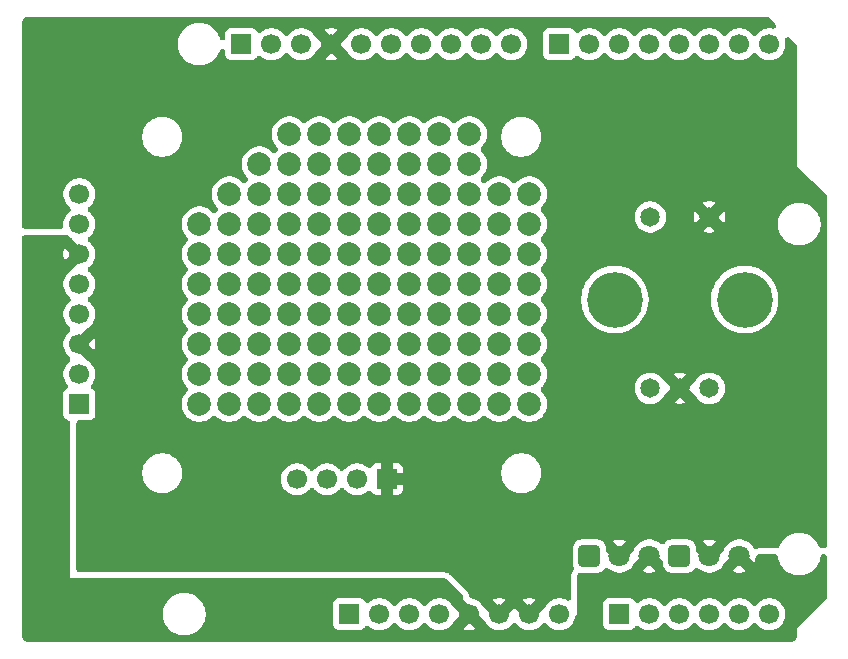
<source format=gbr>
%TF.GenerationSoftware,KiCad,Pcbnew,9.0.6*%
%TF.CreationDate,2025-11-01T12:53:31+09:00*%
%TF.ProjectId,VolumeControlSheild,566f6c75-6d65-4436-9f6e-74726f6c5368,rev?*%
%TF.SameCoordinates,Original*%
%TF.FileFunction,Copper,L2,Bot*%
%TF.FilePolarity,Positive*%
%FSLAX46Y46*%
G04 Gerber Fmt 4.6, Leading zero omitted, Abs format (unit mm)*
G04 Created by KiCad (PCBNEW 9.0.6) date 2025-11-01 12:53:31*
%MOMM*%
%LPD*%
G01*
G04 APERTURE LIST*
G04 Aperture macros list*
%AMRoundRect*
0 Rectangle with rounded corners*
0 $1 Rounding radius*
0 $2 $3 $4 $5 $6 $7 $8 $9 X,Y pos of 4 corners*
0 Add a 4 corners polygon primitive as box body*
4,1,4,$2,$3,$4,$5,$6,$7,$8,$9,$2,$3,0*
0 Add four circle primitives for the rounded corners*
1,1,$1+$1,$2,$3*
1,1,$1+$1,$4,$5*
1,1,$1+$1,$6,$7*
1,1,$1+$1,$8,$9*
0 Add four rect primitives between the rounded corners*
20,1,$1+$1,$2,$3,$4,$5,0*
20,1,$1+$1,$4,$5,$6,$7,0*
20,1,$1+$1,$6,$7,$8,$9,0*
20,1,$1+$1,$8,$9,$2,$3,0*%
G04 Aperture macros list end*
%TA.AperFunction,ComponentPad*%
%ADD10R,1.700000X1.700000*%
%TD*%
%TA.AperFunction,ComponentPad*%
%ADD11C,1.700000*%
%TD*%
%TA.AperFunction,ComponentPad*%
%ADD12C,2.000000*%
%TD*%
%TA.AperFunction,ComponentPad*%
%ADD13C,1.650000*%
%TD*%
%TA.AperFunction,ComponentPad*%
%ADD14C,4.708000*%
%TD*%
%TA.AperFunction,ComponentPad*%
%ADD15RoundRect,0.248400X-0.651600X-0.651600X0.651600X-0.651600X0.651600X0.651600X-0.651600X0.651600X0*%
%TD*%
%TA.AperFunction,ComponentPad*%
%ADD16C,1.800000*%
%TD*%
%TA.AperFunction,ViaPad*%
%ADD17C,1.200000*%
%TD*%
%TA.AperFunction,Conductor*%
%ADD18C,0.250000*%
%TD*%
G04 APERTURE END LIST*
D10*
%TO.P,J1,1,Pin_1*%
%TO.N,unconnected-(J1-Pin_1-Pad1)*%
X127940000Y-97460000D03*
D11*
%TO.P,J1,2,Pin_2*%
%TO.N,/IOREF*%
X130480000Y-97460000D03*
%TO.P,J1,3,Pin_3*%
%TO.N,/~{RESET}*%
X133020000Y-97460000D03*
%TO.P,J1,4,Pin_4*%
%TO.N,+3.3V*%
X135560000Y-97460000D03*
%TO.P,J1,5,Pin_5*%
%TO.N,+5V*%
X138100000Y-97460000D03*
%TO.P,J1,6,Pin_6*%
%TO.N,GND*%
X140640000Y-97460000D03*
%TO.P,J1,7,Pin_7*%
X143180000Y-97460000D03*
%TO.P,J1,8,Pin_8*%
%TO.N,/Vin*%
X145720000Y-97460000D03*
%TD*%
D10*
%TO.P,J3,1,Pin_1*%
%TO.N,/A0*%
X150800000Y-97460000D03*
D11*
%TO.P,J3,2,Pin_2*%
%TO.N,/A1*%
X153340000Y-97460000D03*
%TO.P,J3,3,Pin_3*%
%TO.N,/A2*%
X155880000Y-97460000D03*
%TO.P,J3,4,Pin_4*%
%TO.N,/A3*%
X158420000Y-97460000D03*
%TO.P,J3,5,Pin_5*%
%TO.N,/A4*%
X160960000Y-97460000D03*
%TO.P,J3,6,Pin_6*%
%TO.N,/A5*%
X163500000Y-97460000D03*
%TD*%
%TO.P,J2,10,Pin_10*%
%TO.N,/8*%
X141656000Y-49200000D03*
%TO.P,J2,9,Pin_9*%
%TO.N,/~9*%
X139116000Y-49200000D03*
%TO.P,J2,8,Pin_8*%
%TO.N,/SS*%
X136576000Y-49200000D03*
%TO.P,J2,7,Pin_7*%
%TO.N,/COPI*%
X134036000Y-49200000D03*
%TO.P,J2,6,Pin_6*%
%TO.N,/12*%
X131496000Y-49200000D03*
%TO.P,J2,5,Pin_5*%
%TO.N,/13*%
X128956000Y-49200000D03*
%TO.P,J2,4,Pin_4*%
%TO.N,GND*%
X126416000Y-49200000D03*
%TO.P,J2,3,Pin_3*%
%TO.N,/AREF*%
X123876000Y-49200000D03*
%TO.P,J2,2,Pin_2*%
%TO.N,/SDA*%
X121336000Y-49200000D03*
D10*
%TO.P,J2,1,Pin_1*%
%TO.N,/SCL*%
X118796000Y-49200000D03*
%TD*%
%TO.P,J4,1,Pin_1*%
%TO.N,/7*%
X145720000Y-49200000D03*
D11*
%TO.P,J4,2,Pin_2*%
%TO.N,/\u002A6*%
X148260000Y-49200000D03*
%TO.P,J4,3,Pin_3*%
%TO.N,/\u002A5*%
X150800000Y-49200000D03*
%TO.P,J4,4,Pin_4*%
%TO.N,/4*%
X153340000Y-49200000D03*
%TO.P,J4,5,Pin_5*%
%TO.N,/\u002A3*%
X155880000Y-49200000D03*
%TO.P,J4,6,Pin_6*%
%TO.N,/2*%
X158420000Y-49200000D03*
%TO.P,J4,7,Pin_7*%
%TO.N,/1*%
X160960000Y-49200000D03*
%TO.P,J4,8,Pin_8*%
%TO.N,/0*%
X163500000Y-49200000D03*
%TD*%
D12*
%TO.P,REF\u002A\u002A,4*%
%TO.N,N/C*%
X122860000Y-56820000D03*
%TO.P,REF\u002A\u002A,7*%
X120320000Y-59360000D03*
%TO.P,REF\u002A\u002A,8*%
X122860000Y-59360000D03*
%TO.P,REF\u002A\u002A,10*%
X117780000Y-61900000D03*
%TO.P,REF\u002A\u002A,11*%
X120320000Y-61900000D03*
%TO.P,REF\u002A\u002A,12*%
X122860000Y-61900000D03*
%TO.P,REF\u002A\u002A,13*%
X115240000Y-64440000D03*
%TO.P,REF\u002A\u002A,14*%
X117780000Y-64440000D03*
%TO.P,REF\u002A\u002A,15*%
X120320000Y-64440000D03*
%TO.P,REF\u002A\u002A,16*%
X122860000Y-64440000D03*
%TD*%
D10*
%TO.P,U3,1,Pin_1*%
%TO.N,GND*%
X131125000Y-86030000D03*
D11*
%TO.P,U3,2,Pin_2*%
%TO.N,+3.3V*%
X128585000Y-86030000D03*
%TO.P,U3,3,Pin_3*%
%TO.N,/A5*%
X126045000Y-86030000D03*
%TO.P,U3,4,Pin_4*%
%TO.N,/A4*%
X123505000Y-86030000D03*
%TD*%
D13*
%TO.P,SW1,A1,A*%
%TO.N,/\u002A3*%
X153420000Y-78330000D03*
%TO.P,SW1,B1,B*%
%TO.N,/2*%
X158420000Y-78330000D03*
%TO.P,SW1,C1,C*%
%TO.N,GND*%
X155920000Y-78330000D03*
%TO.P,SW1,D1,S1*%
%TO.N,/7*%
X153420000Y-63830000D03*
%TO.P,SW1,D2,S2*%
%TO.N,GND*%
X158420000Y-63830000D03*
D14*
%TO.P,SW1,MH1*%
%TO.N,N/C*%
X150420000Y-70830000D03*
%TO.P,SW1,MH2*%
X161420000Y-70830000D03*
%TD*%
D12*
%TO.P,REF\u002A\u002A,1*%
%TO.N,N/C*%
X125400000Y-66980000D03*
%TO.P,REF\u002A\u002A,2*%
X127940000Y-66980000D03*
%TO.P,REF\u002A\u002A,3*%
X130480000Y-66980000D03*
%TO.P,REF\u002A\u002A,4*%
X133020000Y-66980000D03*
%TO.P,REF\u002A\u002A,5*%
X125400000Y-69520000D03*
%TO.P,REF\u002A\u002A,6*%
X127940000Y-69520000D03*
%TO.P,REF\u002A\u002A,7*%
X130480000Y-69520000D03*
%TO.P,REF\u002A\u002A,8*%
X133020000Y-69520000D03*
%TO.P,REF\u002A\u002A,9*%
X125400000Y-72060000D03*
%TO.P,REF\u002A\u002A,10*%
X127940000Y-72060000D03*
%TO.P,REF\u002A\u002A,11*%
X130480000Y-72060000D03*
%TO.P,REF\u002A\u002A,12*%
X133020000Y-72060000D03*
%TO.P,REF\u002A\u002A,13*%
X125400000Y-74600000D03*
%TO.P,REF\u002A\u002A,14*%
X127940000Y-74600000D03*
%TO.P,REF\u002A\u002A,15*%
X130480000Y-74600000D03*
%TO.P,REF\u002A\u002A,16*%
X133020000Y-74600000D03*
%TD*%
%TO.P,REF\u002A\u002A,1*%
%TO.N,N/C*%
X135560000Y-66980000D03*
%TO.P,REF\u002A\u002A,2*%
X138100000Y-66980000D03*
%TO.P,REF\u002A\u002A,3*%
X140640000Y-66980000D03*
%TO.P,REF\u002A\u002A,4*%
X143180000Y-66980000D03*
%TO.P,REF\u002A\u002A,5*%
X135560000Y-69520000D03*
%TO.P,REF\u002A\u002A,6*%
X138100000Y-69520000D03*
%TO.P,REF\u002A\u002A,7*%
X140640000Y-69520000D03*
%TO.P,REF\u002A\u002A,8*%
X143180000Y-69520000D03*
%TO.P,REF\u002A\u002A,9*%
X135560000Y-72060000D03*
%TO.P,REF\u002A\u002A,10*%
X138100000Y-72060000D03*
%TO.P,REF\u002A\u002A,11*%
X140640000Y-72060000D03*
%TO.P,REF\u002A\u002A,12*%
X143180000Y-72060000D03*
%TO.P,REF\u002A\u002A,13*%
X135560000Y-74600000D03*
%TO.P,REF\u002A\u002A,14*%
X138100000Y-74600000D03*
%TO.P,REF\u002A\u002A,15*%
X140640000Y-74600000D03*
%TO.P,REF\u002A\u002A,16*%
X143180000Y-74600000D03*
%TD*%
%TO.P,REF\u002A\u002A,1*%
%TO.N,N/C*%
X115240000Y-77140000D03*
%TO.P,REF\u002A\u002A,2*%
X117780000Y-77140000D03*
%TO.P,REF\u002A\u002A,3*%
X120320000Y-77140000D03*
%TO.P,REF\u002A\u002A,4*%
X122860000Y-77140000D03*
%TO.P,REF\u002A\u002A,5*%
X115240000Y-79680000D03*
%TO.P,REF\u002A\u002A,6*%
X117780000Y-79680000D03*
%TO.P,REF\u002A\u002A,7*%
X120320000Y-79680000D03*
%TO.P,REF\u002A\u002A,8*%
X122860000Y-79680000D03*
%TD*%
%TO.P,REF\u002A\u002A,1*%
%TO.N,N/C*%
X135560000Y-77140000D03*
%TO.P,REF\u002A\u002A,2*%
X138100000Y-77140000D03*
%TO.P,REF\u002A\u002A,3*%
X140640000Y-77140000D03*
%TO.P,REF\u002A\u002A,4*%
X143180000Y-77140000D03*
%TO.P,REF\u002A\u002A,5*%
X135560000Y-79680000D03*
%TO.P,REF\u002A\u002A,6*%
X138100000Y-79680000D03*
%TO.P,REF\u002A\u002A,7*%
X140640000Y-79680000D03*
%TO.P,REF\u002A\u002A,8*%
X143180000Y-79680000D03*
%TD*%
D15*
%TO.P,U2,1,OUT*%
%TO.N,Net-(U2-OUT)*%
X148260000Y-92537500D03*
D16*
%TO.P,U2,2,GND*%
%TO.N,GND*%
X150800000Y-92537500D03*
%TO.P,U2,3,Vs*%
%TO.N,+5V*%
X153340000Y-92537500D03*
%TD*%
D10*
%TO.P,J5,1,Pin_1*%
%TO.N,/12*%
X105080000Y-79680000D03*
D11*
%TO.P,J5,2,Pin_2*%
%TO.N,/SS*%
X105080000Y-77140000D03*
%TO.P,J5,3,Pin_3*%
%TO.N,GND*%
X105080000Y-74600000D03*
%TO.P,J5,4,Pin_4*%
%TO.N,/13*%
X105080000Y-72060000D03*
%TO.P,J5,5,Pin_5*%
%TO.N,/COPI*%
X105080000Y-69520000D03*
%TO.P,J5,6,Pin_6*%
%TO.N,+5V*%
X105080000Y-66980000D03*
%TO.P,J5,7,Pin_7*%
%TO.N,unconnected-(J5-Pin_7-Pad7)*%
X105080000Y-64440000D03*
%TO.P,J5,8,Pin_8*%
%TO.N,/VCOIL*%
X105080000Y-61900000D03*
%TD*%
D12*
%TO.P,REF\u002A\u002A,3*%
%TO.N,N/C*%
X143180000Y-61899999D03*
%TO.P,REF\u002A\u002A,4*%
X143180000Y-64440000D03*
%TO.P,REF\u002A\u002A,7*%
X140640000Y-61900000D03*
%TO.P,REF\u002A\u002A,8*%
X140640000Y-64440000D03*
%TO.P,REF\u002A\u002A,9*%
X138100001Y-56820000D03*
%TO.P,REF\u002A\u002A,10*%
X138100000Y-59360000D03*
%TO.P,REF\u002A\u002A,11*%
X138100000Y-61900000D03*
%TO.P,REF\u002A\u002A,12*%
X138100000Y-64440000D03*
%TO.P,REF\u002A\u002A,13*%
X135560000Y-56820000D03*
%TO.P,REF\u002A\u002A,14*%
X135560000Y-59360000D03*
%TO.P,REF\u002A\u002A,15*%
X135560000Y-61900000D03*
%TO.P,REF\u002A\u002A,16*%
X135560000Y-64440000D03*
%TD*%
D15*
%TO.P,U1,1,OUT*%
%TO.N,/0*%
X155880000Y-92537500D03*
D16*
%TO.P,U1,2,GND*%
%TO.N,GND*%
X158420000Y-92537500D03*
%TO.P,U1,3,Vs*%
%TO.N,+5V*%
X160960000Y-92537500D03*
%TD*%
D12*
%TO.P,REF\u002A\u002A,1*%
%TO.N,N/C*%
X125400000Y-56820000D03*
%TO.P,REF\u002A\u002A,2*%
X127940000Y-56820000D03*
%TO.P,REF\u002A\u002A,3*%
X130480000Y-56820000D03*
%TO.P,REF\u002A\u002A,4*%
X133020000Y-56820000D03*
%TO.P,REF\u002A\u002A,5*%
X125400000Y-59360000D03*
%TO.P,REF\u002A\u002A,6*%
X127940000Y-59360000D03*
%TO.P,REF\u002A\u002A,7*%
X130480000Y-59360000D03*
%TO.P,REF\u002A\u002A,8*%
X133020000Y-59360000D03*
%TO.P,REF\u002A\u002A,9*%
X125400000Y-61900000D03*
%TO.P,REF\u002A\u002A,10*%
X127940000Y-61900000D03*
%TO.P,REF\u002A\u002A,11*%
X130480000Y-61900000D03*
%TO.P,REF\u002A\u002A,12*%
X133020000Y-61900000D03*
%TO.P,REF\u002A\u002A,13*%
X125400000Y-64440000D03*
%TO.P,REF\u002A\u002A,14*%
X127940000Y-64440000D03*
%TO.P,REF\u002A\u002A,15*%
X130480000Y-64440000D03*
%TO.P,REF\u002A\u002A,16*%
X133020000Y-64440000D03*
%TD*%
%TO.P,REF\u002A\u002A,1*%
%TO.N,N/C*%
X115240000Y-66980000D03*
%TO.P,REF\u002A\u002A,2*%
X117780000Y-66980000D03*
%TO.P,REF\u002A\u002A,3*%
X120320000Y-66980000D03*
%TO.P,REF\u002A\u002A,4*%
X122860000Y-66980000D03*
%TO.P,REF\u002A\u002A,5*%
X115240000Y-69520000D03*
%TO.P,REF\u002A\u002A,6*%
X117780000Y-69520000D03*
%TO.P,REF\u002A\u002A,7*%
X120320000Y-69520000D03*
%TO.P,REF\u002A\u002A,8*%
X122860000Y-69520000D03*
%TO.P,REF\u002A\u002A,9*%
X115240000Y-72060000D03*
%TO.P,REF\u002A\u002A,10*%
X117780000Y-72060000D03*
%TO.P,REF\u002A\u002A,11*%
X120320000Y-72060000D03*
%TO.P,REF\u002A\u002A,12*%
X122860000Y-72060000D03*
%TO.P,REF\u002A\u002A,13*%
X115240000Y-74600000D03*
%TO.P,REF\u002A\u002A,14*%
X117780000Y-74600000D03*
%TO.P,REF\u002A\u002A,15*%
X120320000Y-74600000D03*
%TO.P,REF\u002A\u002A,16*%
X122860000Y-74600000D03*
%TD*%
%TO.P,REF\u002A\u002A,1*%
%TO.N,N/C*%
X125400000Y-77140000D03*
%TO.P,REF\u002A\u002A,2*%
X127940000Y-77140000D03*
%TO.P,REF\u002A\u002A,3*%
X130480000Y-77140000D03*
%TO.P,REF\u002A\u002A,4*%
X133020000Y-77140000D03*
%TO.P,REF\u002A\u002A,5*%
X125400000Y-79680000D03*
%TO.P,REF\u002A\u002A,6*%
X127940000Y-79680000D03*
%TO.P,REF\u002A\u002A,7*%
X130480000Y-79680000D03*
%TO.P,REF\u002A\u002A,8*%
X133020000Y-79680000D03*
%TD*%
D17*
%TO.N,GND*%
X108128000Y-84252000D03*
X116764000Y-86792000D03*
%TD*%
D18*
%TO.N,GND*%
X131125000Y-86810000D02*
X131125000Y-87945000D01*
%TD*%
%TA.AperFunction,Conductor*%
%TO.N,GND*%
G36*
X163409098Y-46879454D02*
G01*
X163489880Y-46933430D01*
X164014552Y-47458102D01*
X164068528Y-47538884D01*
X164087482Y-47634172D01*
X164068528Y-47729460D01*
X164014552Y-47810242D01*
X163933770Y-47864218D01*
X163838482Y-47883172D01*
X163799530Y-47880106D01*
X163606298Y-47849501D01*
X163606289Y-47849500D01*
X163606287Y-47849500D01*
X163393713Y-47849500D01*
X163393703Y-47849500D01*
X163183759Y-47882753D01*
X162981592Y-47948441D01*
X162981588Y-47948442D01*
X162981588Y-47948443D01*
X162895213Y-47992453D01*
X162792182Y-48044950D01*
X162620206Y-48169897D01*
X162469896Y-48320207D01*
X162431445Y-48373131D01*
X162360101Y-48439080D01*
X162268951Y-48472707D01*
X162171871Y-48468892D01*
X162083641Y-48428217D01*
X162028555Y-48373131D01*
X161990103Y-48320207D01*
X161839793Y-48169897D01*
X161773768Y-48121927D01*
X161667816Y-48044949D01*
X161478412Y-47948443D01*
X161478409Y-47948442D01*
X161478407Y-47948441D01*
X161276240Y-47882753D01*
X161066296Y-47849500D01*
X161066287Y-47849500D01*
X160853713Y-47849500D01*
X160853703Y-47849500D01*
X160643759Y-47882753D01*
X160441592Y-47948441D01*
X160441588Y-47948442D01*
X160441588Y-47948443D01*
X160355213Y-47992453D01*
X160252182Y-48044950D01*
X160080206Y-48169897D01*
X159929896Y-48320207D01*
X159891445Y-48373131D01*
X159820101Y-48439080D01*
X159728951Y-48472707D01*
X159631871Y-48468892D01*
X159543641Y-48428217D01*
X159488555Y-48373131D01*
X159450103Y-48320207D01*
X159299793Y-48169897D01*
X159233768Y-48121927D01*
X159127816Y-48044949D01*
X158938412Y-47948443D01*
X158938409Y-47948442D01*
X158938407Y-47948441D01*
X158736240Y-47882753D01*
X158526296Y-47849500D01*
X158526287Y-47849500D01*
X158313713Y-47849500D01*
X158313703Y-47849500D01*
X158103759Y-47882753D01*
X157901592Y-47948441D01*
X157901588Y-47948442D01*
X157901588Y-47948443D01*
X157815213Y-47992453D01*
X157712182Y-48044950D01*
X157540206Y-48169897D01*
X157389896Y-48320207D01*
X157351445Y-48373131D01*
X157280101Y-48439080D01*
X157188951Y-48472707D01*
X157091871Y-48468892D01*
X157003641Y-48428217D01*
X156948555Y-48373131D01*
X156910103Y-48320207D01*
X156759793Y-48169897D01*
X156693768Y-48121927D01*
X156587816Y-48044949D01*
X156398412Y-47948443D01*
X156398409Y-47948442D01*
X156398407Y-47948441D01*
X156196240Y-47882753D01*
X155986296Y-47849500D01*
X155986287Y-47849500D01*
X155773713Y-47849500D01*
X155773703Y-47849500D01*
X155563759Y-47882753D01*
X155361592Y-47948441D01*
X155361588Y-47948442D01*
X155361588Y-47948443D01*
X155275213Y-47992453D01*
X155172182Y-48044950D01*
X155000206Y-48169897D01*
X154849896Y-48320207D01*
X154811445Y-48373131D01*
X154740101Y-48439080D01*
X154648951Y-48472707D01*
X154551871Y-48468892D01*
X154463641Y-48428217D01*
X154408555Y-48373131D01*
X154370103Y-48320207D01*
X154219793Y-48169897D01*
X154153768Y-48121927D01*
X154047816Y-48044949D01*
X153858412Y-47948443D01*
X153858409Y-47948442D01*
X153858407Y-47948441D01*
X153656240Y-47882753D01*
X153446296Y-47849500D01*
X153446287Y-47849500D01*
X153233713Y-47849500D01*
X153233703Y-47849500D01*
X153023759Y-47882753D01*
X152821592Y-47948441D01*
X152821588Y-47948442D01*
X152821588Y-47948443D01*
X152735213Y-47992453D01*
X152632182Y-48044950D01*
X152460206Y-48169897D01*
X152309896Y-48320207D01*
X152271445Y-48373131D01*
X152200101Y-48439080D01*
X152108951Y-48472707D01*
X152011871Y-48468892D01*
X151923641Y-48428217D01*
X151868555Y-48373131D01*
X151830103Y-48320207D01*
X151679793Y-48169897D01*
X151613768Y-48121927D01*
X151507816Y-48044949D01*
X151318412Y-47948443D01*
X151318409Y-47948442D01*
X151318407Y-47948441D01*
X151116240Y-47882753D01*
X150906296Y-47849500D01*
X150906287Y-47849500D01*
X150693713Y-47849500D01*
X150693703Y-47849500D01*
X150483759Y-47882753D01*
X150281592Y-47948441D01*
X150281588Y-47948442D01*
X150281588Y-47948443D01*
X150195213Y-47992453D01*
X150092182Y-48044950D01*
X149920206Y-48169897D01*
X149769896Y-48320207D01*
X149731445Y-48373131D01*
X149660101Y-48439080D01*
X149568951Y-48472707D01*
X149471871Y-48468892D01*
X149383641Y-48428217D01*
X149328555Y-48373131D01*
X149290103Y-48320207D01*
X149139793Y-48169897D01*
X149073768Y-48121927D01*
X148967816Y-48044949D01*
X148778412Y-47948443D01*
X148778409Y-47948442D01*
X148778407Y-47948441D01*
X148576240Y-47882753D01*
X148366296Y-47849500D01*
X148366287Y-47849500D01*
X148153713Y-47849500D01*
X148153703Y-47849500D01*
X147943759Y-47882753D01*
X147741592Y-47948441D01*
X147741588Y-47948442D01*
X147741588Y-47948443D01*
X147655213Y-47992453D01*
X147552182Y-48044950D01*
X147465857Y-48107669D01*
X147380208Y-48169896D01*
X147380206Y-48169897D01*
X147372293Y-48175647D01*
X147370630Y-48173359D01*
X147301814Y-48211834D01*
X147205324Y-48223184D01*
X147111835Y-48196746D01*
X147035581Y-48136543D01*
X147025160Y-48121409D01*
X147024469Y-48121927D01*
X147013796Y-48107670D01*
X147013796Y-48107669D01*
X146927546Y-47992454D01*
X146812331Y-47906204D01*
X146699761Y-47864218D01*
X146677481Y-47855908D01*
X146617873Y-47849500D01*
X144822134Y-47849500D01*
X144822130Y-47849500D01*
X144822128Y-47849501D01*
X144809314Y-47850878D01*
X144762519Y-47855908D01*
X144762515Y-47855909D01*
X144627670Y-47906203D01*
X144512455Y-47992453D01*
X144512453Y-47992455D01*
X144426204Y-48107669D01*
X144375908Y-48242518D01*
X144369500Y-48302123D01*
X144369500Y-50097865D01*
X144369501Y-50097869D01*
X144375908Y-50157480D01*
X144375909Y-50157484D01*
X144400850Y-50224353D01*
X144426204Y-50292331D01*
X144512454Y-50407546D01*
X144627669Y-50493796D01*
X144762517Y-50544091D01*
X144822127Y-50550500D01*
X146617872Y-50550499D01*
X146677483Y-50544091D01*
X146812331Y-50493796D01*
X146927546Y-50407546D01*
X147013796Y-50292331D01*
X147013796Y-50292329D01*
X147024469Y-50278073D01*
X147027616Y-50280429D01*
X147068789Y-50231159D01*
X147154875Y-50186123D01*
X147251643Y-50177458D01*
X147344360Y-50206485D01*
X147371626Y-50225270D01*
X147372293Y-50224353D01*
X147380206Y-50230102D01*
X147380208Y-50230104D01*
X147552184Y-50355051D01*
X147741588Y-50451557D01*
X147943757Y-50517246D01*
X148017601Y-50528941D01*
X148153703Y-50550499D01*
X148153710Y-50550499D01*
X148153713Y-50550500D01*
X148153716Y-50550500D01*
X148366284Y-50550500D01*
X148366287Y-50550500D01*
X148366290Y-50550499D01*
X148366296Y-50550499D01*
X148465476Y-50534789D01*
X148576243Y-50517246D01*
X148778412Y-50451557D01*
X148967816Y-50355051D01*
X149139792Y-50230104D01*
X149290104Y-50079792D01*
X149328555Y-50026867D01*
X149399897Y-49960920D01*
X149491047Y-49927293D01*
X149588127Y-49931107D01*
X149676358Y-49971781D01*
X149731444Y-50026867D01*
X149769896Y-50079792D01*
X149920208Y-50230104D01*
X150092184Y-50355051D01*
X150281588Y-50451557D01*
X150483757Y-50517246D01*
X150557601Y-50528941D01*
X150693703Y-50550499D01*
X150693710Y-50550499D01*
X150693713Y-50550500D01*
X150693716Y-50550500D01*
X150906284Y-50550500D01*
X150906287Y-50550500D01*
X150906290Y-50550499D01*
X150906296Y-50550499D01*
X151005476Y-50534789D01*
X151116243Y-50517246D01*
X151318412Y-50451557D01*
X151507816Y-50355051D01*
X151679792Y-50230104D01*
X151830104Y-50079792D01*
X151868555Y-50026867D01*
X151939897Y-49960920D01*
X152031047Y-49927293D01*
X152128127Y-49931107D01*
X152216358Y-49971781D01*
X152271444Y-50026867D01*
X152309896Y-50079792D01*
X152460208Y-50230104D01*
X152632184Y-50355051D01*
X152821588Y-50451557D01*
X153023757Y-50517246D01*
X153097601Y-50528941D01*
X153233703Y-50550499D01*
X153233710Y-50550499D01*
X153233713Y-50550500D01*
X153233716Y-50550500D01*
X153446284Y-50550500D01*
X153446287Y-50550500D01*
X153446290Y-50550499D01*
X153446296Y-50550499D01*
X153545476Y-50534789D01*
X153656243Y-50517246D01*
X153858412Y-50451557D01*
X154047816Y-50355051D01*
X154219792Y-50230104D01*
X154370104Y-50079792D01*
X154408555Y-50026867D01*
X154479897Y-49960920D01*
X154571047Y-49927293D01*
X154668127Y-49931107D01*
X154756358Y-49971781D01*
X154811444Y-50026867D01*
X154849896Y-50079792D01*
X155000208Y-50230104D01*
X155172184Y-50355051D01*
X155361588Y-50451557D01*
X155563757Y-50517246D01*
X155637601Y-50528941D01*
X155773703Y-50550499D01*
X155773710Y-50550499D01*
X155773713Y-50550500D01*
X155773716Y-50550500D01*
X155986284Y-50550500D01*
X155986287Y-50550500D01*
X155986290Y-50550499D01*
X155986296Y-50550499D01*
X156085476Y-50534789D01*
X156196243Y-50517246D01*
X156398412Y-50451557D01*
X156587816Y-50355051D01*
X156759792Y-50230104D01*
X156910104Y-50079792D01*
X156948555Y-50026867D01*
X157019897Y-49960920D01*
X157111047Y-49927293D01*
X157208127Y-49931107D01*
X157296358Y-49971781D01*
X157351444Y-50026867D01*
X157389896Y-50079792D01*
X157540208Y-50230104D01*
X157712184Y-50355051D01*
X157901588Y-50451557D01*
X158103757Y-50517246D01*
X158177601Y-50528941D01*
X158313703Y-50550499D01*
X158313710Y-50550499D01*
X158313713Y-50550500D01*
X158313716Y-50550500D01*
X158526284Y-50550500D01*
X158526287Y-50550500D01*
X158526290Y-50550499D01*
X158526296Y-50550499D01*
X158625476Y-50534789D01*
X158736243Y-50517246D01*
X158938412Y-50451557D01*
X159127816Y-50355051D01*
X159299792Y-50230104D01*
X159450104Y-50079792D01*
X159488555Y-50026867D01*
X159559897Y-49960920D01*
X159651047Y-49927293D01*
X159748127Y-49931107D01*
X159836358Y-49971781D01*
X159891444Y-50026867D01*
X159929896Y-50079792D01*
X160080208Y-50230104D01*
X160252184Y-50355051D01*
X160441588Y-50451557D01*
X160643757Y-50517246D01*
X160717601Y-50528941D01*
X160853703Y-50550499D01*
X160853710Y-50550499D01*
X160853713Y-50550500D01*
X160853716Y-50550500D01*
X161066284Y-50550500D01*
X161066287Y-50550500D01*
X161066290Y-50550499D01*
X161066296Y-50550499D01*
X161165476Y-50534789D01*
X161276243Y-50517246D01*
X161478412Y-50451557D01*
X161667816Y-50355051D01*
X161839792Y-50230104D01*
X161990104Y-50079792D01*
X162028555Y-50026867D01*
X162099897Y-49960920D01*
X162191047Y-49927293D01*
X162288127Y-49931107D01*
X162376358Y-49971781D01*
X162431444Y-50026867D01*
X162469896Y-50079792D01*
X162620208Y-50230104D01*
X162792184Y-50355051D01*
X162981588Y-50451557D01*
X163183757Y-50517246D01*
X163257601Y-50528941D01*
X163393703Y-50550499D01*
X163393710Y-50550499D01*
X163393713Y-50550500D01*
X163393716Y-50550500D01*
X163606284Y-50550500D01*
X163606287Y-50550500D01*
X163606290Y-50550499D01*
X163606296Y-50550499D01*
X163705476Y-50534789D01*
X163816243Y-50517246D01*
X164018412Y-50451557D01*
X164207816Y-50355051D01*
X164379792Y-50230104D01*
X164530104Y-50079792D01*
X164655051Y-49907816D01*
X164751557Y-49718412D01*
X164817246Y-49516243D01*
X164848643Y-49318011D01*
X164850499Y-49306296D01*
X164850500Y-49306284D01*
X164850500Y-49093715D01*
X164850499Y-49093703D01*
X164819893Y-48900469D01*
X164823707Y-48803389D01*
X164864381Y-48715158D01*
X164935724Y-48649209D01*
X165026874Y-48615582D01*
X165123954Y-48619396D01*
X165212185Y-48660070D01*
X165241897Y-48685446D01*
X165766570Y-49210119D01*
X165820546Y-49290901D01*
X165839500Y-49386189D01*
X165839500Y-59320118D01*
X165839500Y-59399882D01*
X165870024Y-59473574D01*
X167141400Y-60744949D01*
X168306570Y-61910119D01*
X168360546Y-61990901D01*
X168379500Y-62086189D01*
X168379500Y-91625500D01*
X168371325Y-91666596D01*
X168365407Y-91708083D01*
X168361891Y-91714022D01*
X168360546Y-91720788D01*
X168337263Y-91755633D01*
X168315922Y-91791691D01*
X168310405Y-91795830D01*
X168306570Y-91801570D01*
X168271720Y-91824855D01*
X168238209Y-91849999D01*
X168231963Y-91851419D01*
X168225788Y-91855546D01*
X168144098Y-91874128D01*
X168132926Y-91874738D01*
X168130500Y-91874500D01*
X168074404Y-91874500D01*
X168008427Y-91878824D01*
X167973024Y-91883484D01*
X167963527Y-91884004D01*
X167924653Y-91878458D01*
X167885479Y-91875890D01*
X167876862Y-91871640D01*
X167867346Y-91870283D01*
X167833552Y-91850281D01*
X167798344Y-91832918D01*
X167792007Y-91825692D01*
X167783738Y-91820798D01*
X167760176Y-91789395D01*
X167734286Y-91759872D01*
X167727116Y-91745332D01*
X167725430Y-91743085D01*
X167724803Y-91740643D01*
X167719883Y-91730664D01*
X167658286Y-91581956D01*
X167658281Y-91581945D01*
X167570334Y-91429617D01*
X167540273Y-91377550D01*
X167396592Y-91190301D01*
X167229699Y-91023408D01*
X167042450Y-90879727D01*
X167042440Y-90879721D01*
X166838054Y-90761718D01*
X166838043Y-90761713D01*
X166717222Y-90711667D01*
X166619993Y-90671394D01*
X166392014Y-90610307D01*
X166392007Y-90610306D01*
X166158011Y-90579500D01*
X165921989Y-90579500D01*
X165687992Y-90610306D01*
X165687990Y-90610306D01*
X165687986Y-90610307D01*
X165515640Y-90656487D01*
X165460010Y-90671393D01*
X165460007Y-90671394D01*
X165241956Y-90761713D01*
X165241945Y-90761718D01*
X165037559Y-90879721D01*
X165037549Y-90879727D01*
X164850301Y-91023408D01*
X164850297Y-91023411D01*
X164683411Y-91190297D01*
X164683408Y-91190301D01*
X164539727Y-91377549D01*
X164539721Y-91377559D01*
X164421718Y-91581945D01*
X164421715Y-91581951D01*
X164359647Y-91731797D01*
X164305670Y-91812578D01*
X164224888Y-91866554D01*
X164129600Y-91885508D01*
X164105197Y-91884309D01*
X164005601Y-91874500D01*
X164005596Y-91874500D01*
X162609000Y-91874500D01*
X162608999Y-91874500D01*
X162510387Y-91884212D01*
X162510382Y-91884213D01*
X162415094Y-91903167D01*
X162415087Y-91903168D01*
X162411823Y-91903818D01*
X162411658Y-91902988D01*
X162319323Y-91905451D01*
X162228604Y-91870678D01*
X162159926Y-91806385D01*
X162157817Y-91803482D01*
X162157815Y-91803478D01*
X162028242Y-91625135D01*
X161872365Y-91469258D01*
X161694022Y-91339685D01*
X161694019Y-91339683D01*
X161694013Y-91339679D01*
X161497616Y-91239609D01*
X161497609Y-91239606D01*
X161497606Y-91239605D01*
X161287951Y-91171485D01*
X161287945Y-91171484D01*
X161287938Y-91171482D01*
X161070232Y-91137001D01*
X161070225Y-91137000D01*
X161070222Y-91137000D01*
X160849778Y-91137000D01*
X160849775Y-91137000D01*
X160849767Y-91137001D01*
X160632061Y-91171482D01*
X160632054Y-91171484D01*
X160632052Y-91171484D01*
X160632049Y-91171485D01*
X160422394Y-91239605D01*
X160422392Y-91239605D01*
X160422392Y-91239606D01*
X160422383Y-91239609D01*
X160225986Y-91339679D01*
X160225979Y-91339684D01*
X160047633Y-91469259D01*
X159891759Y-91625133D01*
X159762184Y-91803479D01*
X159762182Y-91803482D01*
X159677301Y-91970069D01*
X159631511Y-92033093D01*
X158949623Y-92714982D01*
X158868841Y-92768959D01*
X158797826Y-92783084D01*
X158839333Y-92711194D01*
X158870000Y-92596744D01*
X158870000Y-92478256D01*
X158839333Y-92363806D01*
X158780090Y-92261194D01*
X158696306Y-92177410D01*
X158593694Y-92118167D01*
X158479244Y-92087500D01*
X158360756Y-92087500D01*
X158246306Y-92118167D01*
X158143694Y-92177410D01*
X158059910Y-92261194D01*
X158000667Y-92363806D01*
X157970000Y-92478256D01*
X157970000Y-92596744D01*
X158000667Y-92711194D01*
X158042173Y-92783084D01*
X157971158Y-92768959D01*
X157890377Y-92714983D01*
X157353429Y-92178035D01*
X157299453Y-92097253D01*
X157280499Y-92001965D01*
X157280499Y-91836010D01*
X157280499Y-91836000D01*
X157270021Y-91733428D01*
X157270020Y-91733425D01*
X157270020Y-91733423D01*
X157270019Y-91733421D01*
X157214955Y-91567250D01*
X157214954Y-91567249D01*
X157214954Y-91567247D01*
X157123048Y-91418244D01*
X156999256Y-91294452D01*
X156999253Y-91294449D01*
X156940043Y-91257928D01*
X157847534Y-91257928D01*
X158419999Y-91830392D01*
X158992463Y-91257928D01*
X158957410Y-91240068D01*
X158747831Y-91171972D01*
X158530191Y-91137500D01*
X158309808Y-91137500D01*
X158092168Y-91171972D01*
X157882584Y-91240070D01*
X157847535Y-91257927D01*
X157847534Y-91257928D01*
X156940043Y-91257928D01*
X156850252Y-91202545D01*
X156850249Y-91202543D01*
X156684080Y-91147481D01*
X156684075Y-91147480D01*
X156684072Y-91147479D01*
X156581501Y-91137000D01*
X156581498Y-91137000D01*
X155178501Y-91137000D01*
X155075923Y-91147479D01*
X155075921Y-91147480D01*
X154909748Y-91202544D01*
X154909747Y-91202545D01*
X154760746Y-91294449D01*
X154636953Y-91418242D01*
X154636945Y-91418252D01*
X154636084Y-91419649D01*
X154634463Y-91421391D01*
X154627960Y-91429617D01*
X154627299Y-91429095D01*
X154569924Y-91490796D01*
X154481573Y-91531209D01*
X154384482Y-91534735D01*
X154293432Y-91500837D01*
X154260506Y-91474802D01*
X154259811Y-91475617D01*
X154252368Y-91469261D01*
X154252365Y-91469258D01*
X154074022Y-91339685D01*
X154074019Y-91339683D01*
X154074013Y-91339679D01*
X153877616Y-91239609D01*
X153877609Y-91239606D01*
X153877606Y-91239605D01*
X153667951Y-91171485D01*
X153667945Y-91171484D01*
X153667938Y-91171482D01*
X153450232Y-91137001D01*
X153450225Y-91137000D01*
X153450222Y-91137000D01*
X153229778Y-91137000D01*
X153229775Y-91137000D01*
X153229767Y-91137001D01*
X153012061Y-91171482D01*
X153012054Y-91171484D01*
X153012052Y-91171484D01*
X153012049Y-91171485D01*
X152802394Y-91239605D01*
X152802392Y-91239605D01*
X152802392Y-91239606D01*
X152802383Y-91239609D01*
X152605986Y-91339679D01*
X152605979Y-91339684D01*
X152427633Y-91469259D01*
X152271759Y-91625133D01*
X152142184Y-91803479D01*
X152142182Y-91803482D01*
X152057301Y-91970069D01*
X152011511Y-92033093D01*
X151329623Y-92714982D01*
X151248841Y-92768959D01*
X151177826Y-92783084D01*
X151219333Y-92711194D01*
X151250000Y-92596744D01*
X151250000Y-92478256D01*
X151219333Y-92363806D01*
X151160090Y-92261194D01*
X151076306Y-92177410D01*
X150973694Y-92118167D01*
X150859244Y-92087500D01*
X150740756Y-92087500D01*
X150626306Y-92118167D01*
X150523694Y-92177410D01*
X150439910Y-92261194D01*
X150380667Y-92363806D01*
X150350000Y-92478256D01*
X150350000Y-92596744D01*
X150380667Y-92711194D01*
X150422173Y-92783084D01*
X150351158Y-92768959D01*
X150270377Y-92714983D01*
X149733429Y-92178035D01*
X149679453Y-92097253D01*
X149660499Y-92001965D01*
X149660499Y-91836010D01*
X149660499Y-91836000D01*
X149650021Y-91733428D01*
X149650020Y-91733425D01*
X149650020Y-91733423D01*
X149650019Y-91733421D01*
X149594955Y-91567250D01*
X149594954Y-91567249D01*
X149594954Y-91567247D01*
X149503048Y-91418244D01*
X149379256Y-91294452D01*
X149379253Y-91294449D01*
X149320043Y-91257928D01*
X150227534Y-91257928D01*
X150799999Y-91830392D01*
X151372463Y-91257928D01*
X151337410Y-91240068D01*
X151127831Y-91171972D01*
X150910191Y-91137500D01*
X150689808Y-91137500D01*
X150472168Y-91171972D01*
X150262584Y-91240070D01*
X150227535Y-91257927D01*
X150227534Y-91257928D01*
X149320043Y-91257928D01*
X149230252Y-91202545D01*
X149230249Y-91202543D01*
X149064080Y-91147481D01*
X149064075Y-91147480D01*
X149064072Y-91147479D01*
X148961501Y-91137000D01*
X148961498Y-91137000D01*
X147558501Y-91137000D01*
X147455923Y-91147479D01*
X147455921Y-91147480D01*
X147289748Y-91202544D01*
X147289747Y-91202545D01*
X147140746Y-91294449D01*
X147016949Y-91418246D01*
X146925045Y-91567247D01*
X146925043Y-91567250D01*
X146869981Y-91733419D01*
X146869979Y-91733429D01*
X146859500Y-91835996D01*
X146859500Y-93238998D01*
X146869979Y-93341576D01*
X146869980Y-93341578D01*
X146925406Y-93508843D01*
X146937387Y-93605257D01*
X146911560Y-93698916D01*
X146896082Y-93725500D01*
X146842654Y-93805461D01*
X146842641Y-93805482D01*
X146815033Y-93852013D01*
X146767167Y-93987696D01*
X146767166Y-93987700D01*
X146748212Y-94082989D01*
X146738500Y-94181603D01*
X146738500Y-96056919D01*
X146719546Y-96152207D01*
X146665570Y-96232989D01*
X146584788Y-96286965D01*
X146489500Y-96305919D01*
X146394212Y-96286965D01*
X146376457Y-96278780D01*
X146238412Y-96208443D01*
X146238407Y-96208441D01*
X146036240Y-96142753D01*
X145826296Y-96109500D01*
X145826287Y-96109500D01*
X145613713Y-96109500D01*
X145613703Y-96109500D01*
X145403759Y-96142753D01*
X145201592Y-96208441D01*
X145201588Y-96208442D01*
X145201588Y-96208443D01*
X145153414Y-96232989D01*
X145012182Y-96304950D01*
X144840206Y-96429897D01*
X144689897Y-96580206D01*
X144564948Y-96752184D01*
X144551715Y-96778157D01*
X144505925Y-96841180D01*
X143709621Y-97637483D01*
X143628840Y-97691459D01*
X143623051Y-97692610D01*
X143645925Y-97652993D01*
X143680000Y-97525826D01*
X143680000Y-97394174D01*
X143645925Y-97267007D01*
X143580099Y-97152993D01*
X143487007Y-97059901D01*
X143372993Y-96994075D01*
X143245826Y-96960000D01*
X143114174Y-96960000D01*
X142987007Y-96994075D01*
X142872993Y-97059901D01*
X142779901Y-97152993D01*
X142714075Y-97267007D01*
X142680000Y-97394174D01*
X142680000Y-97525826D01*
X142714075Y-97652993D01*
X142736948Y-97692610D01*
X142731157Y-97691459D01*
X142650377Y-97637483D01*
X141935805Y-96922912D01*
X141884192Y-96922912D01*
X141169621Y-97637483D01*
X141088840Y-97691459D01*
X141083051Y-97692610D01*
X141105925Y-97652993D01*
X141140000Y-97525826D01*
X141140000Y-97394174D01*
X141105925Y-97267007D01*
X141040099Y-97152993D01*
X140947007Y-97059901D01*
X140832993Y-96994075D01*
X140705826Y-96960000D01*
X140574174Y-96960000D01*
X140447007Y-96994075D01*
X140332993Y-97059901D01*
X140239901Y-97152993D01*
X140174075Y-97267007D01*
X140140000Y-97394174D01*
X140140000Y-97525826D01*
X140174075Y-97652993D01*
X140196948Y-97692610D01*
X140191157Y-97691459D01*
X140110377Y-97637483D01*
X139314075Y-96841182D01*
X139294452Y-96819079D01*
X139279365Y-96799904D01*
X139255051Y-96752184D01*
X139130104Y-96580208D01*
X138979792Y-96429896D01*
X138807816Y-96304949D01*
X138636388Y-96217602D01*
X140104710Y-96217602D01*
X140640000Y-96752892D01*
X141175288Y-96217603D01*
X141175286Y-96217602D01*
X142644710Y-96217602D01*
X143180000Y-96752892D01*
X143715288Y-96217603D01*
X143698214Y-96208904D01*
X143496123Y-96143241D01*
X143286256Y-96110000D01*
X143073743Y-96110000D01*
X142863874Y-96143241D01*
X142863873Y-96143241D01*
X142661793Y-96208900D01*
X142661779Y-96208906D01*
X142644710Y-96217602D01*
X141175286Y-96217602D01*
X141158214Y-96208904D01*
X140956123Y-96143241D01*
X140746256Y-96110000D01*
X140533743Y-96110000D01*
X140323874Y-96143241D01*
X140323873Y-96143241D01*
X140121793Y-96208900D01*
X140121779Y-96208906D01*
X140104710Y-96217602D01*
X138636388Y-96217602D01*
X138618412Y-96208443D01*
X138618409Y-96208442D01*
X138618407Y-96208441D01*
X138416241Y-96142753D01*
X138296599Y-96123803D01*
X138205449Y-96090175D01*
X138134107Y-96024226D01*
X138093432Y-95935995D01*
X138091338Y-95926447D01*
X138076762Y-95853169D01*
X138076761Y-95853167D01*
X138076760Y-95853161D01*
X138063378Y-95800732D01*
X138001283Y-95670941D01*
X138001282Y-95670939D01*
X137947314Y-95590168D01*
X137884437Y-95513553D01*
X136498373Y-94127489D01*
X136421758Y-94064612D01*
X136341002Y-94010654D01*
X136340981Y-94010641D01*
X136294450Y-93983033D01*
X136158767Y-93935167D01*
X136158763Y-93935166D01*
X136063474Y-93916212D01*
X135964860Y-93906500D01*
X105072500Y-93906500D01*
X104977212Y-93887546D01*
X104896430Y-93833570D01*
X104842454Y-93752788D01*
X104823500Y-93657500D01*
X104823500Y-85418543D01*
X110404500Y-85418543D01*
X110404500Y-85641456D01*
X110430244Y-85837007D01*
X110433596Y-85862463D01*
X110491290Y-86077781D01*
X110491291Y-86077784D01*
X110491292Y-86077788D01*
X110576592Y-86283720D01*
X110576594Y-86283724D01*
X110576595Y-86283726D01*
X110688052Y-86476774D01*
X110823753Y-86653624D01*
X110981376Y-86811247D01*
X111158226Y-86946948D01*
X111351274Y-87058405D01*
X111351279Y-87058407D01*
X111557211Y-87143707D01*
X111557212Y-87143707D01*
X111557219Y-87143710D01*
X111772537Y-87201404D01*
X111993543Y-87230500D01*
X112216457Y-87230500D01*
X112437463Y-87201404D01*
X112652781Y-87143710D01*
X112858726Y-87058405D01*
X113051774Y-86946948D01*
X113228624Y-86811247D01*
X113386247Y-86653624D01*
X113521948Y-86476774D01*
X113633405Y-86283726D01*
X113718710Y-86077781D01*
X113759995Y-85923703D01*
X122154500Y-85923703D01*
X122154500Y-86136296D01*
X122187753Y-86346240D01*
X122247460Y-86530000D01*
X122253443Y-86548412D01*
X122349949Y-86737816D01*
X122474896Y-86909792D01*
X122625208Y-87060104D01*
X122797184Y-87185051D01*
X122986588Y-87281557D01*
X123188757Y-87347246D01*
X123262601Y-87358941D01*
X123398703Y-87380499D01*
X123398710Y-87380499D01*
X123398713Y-87380500D01*
X123398716Y-87380500D01*
X123611284Y-87380500D01*
X123611287Y-87380500D01*
X123611290Y-87380499D01*
X123611296Y-87380499D01*
X123710476Y-87364789D01*
X123821243Y-87347246D01*
X124023412Y-87281557D01*
X124212816Y-87185051D01*
X124384792Y-87060104D01*
X124535104Y-86909792D01*
X124573555Y-86856867D01*
X124644897Y-86790920D01*
X124736047Y-86757293D01*
X124833127Y-86761107D01*
X124921358Y-86801781D01*
X124976444Y-86856867D01*
X125014896Y-86909792D01*
X125165208Y-87060104D01*
X125337184Y-87185051D01*
X125526588Y-87281557D01*
X125728757Y-87347246D01*
X125802601Y-87358941D01*
X125938703Y-87380499D01*
X125938710Y-87380499D01*
X125938713Y-87380500D01*
X125938716Y-87380500D01*
X126151284Y-87380500D01*
X126151287Y-87380500D01*
X126151290Y-87380499D01*
X126151296Y-87380499D01*
X126250476Y-87364789D01*
X126361243Y-87347246D01*
X126563412Y-87281557D01*
X126752816Y-87185051D01*
X126924792Y-87060104D01*
X127075104Y-86909792D01*
X127113555Y-86856867D01*
X127184897Y-86790920D01*
X127276047Y-86757293D01*
X127373127Y-86761107D01*
X127461358Y-86801781D01*
X127516444Y-86856867D01*
X127554896Y-86909792D01*
X127705208Y-87060104D01*
X127877184Y-87185051D01*
X128066588Y-87281557D01*
X128268757Y-87347246D01*
X128342601Y-87358941D01*
X128478703Y-87380499D01*
X128478710Y-87380499D01*
X128478713Y-87380500D01*
X128478716Y-87380500D01*
X128691284Y-87380500D01*
X128691287Y-87380500D01*
X128691290Y-87380499D01*
X128691296Y-87380499D01*
X128790476Y-87364789D01*
X128901243Y-87347246D01*
X129103412Y-87281557D01*
X129292816Y-87185051D01*
X129464792Y-87060104D01*
X129464793Y-87060102D01*
X129472707Y-87054353D01*
X129474322Y-87056576D01*
X129543399Y-87017888D01*
X129639880Y-87006465D01*
X129733389Y-87032833D01*
X129809689Y-87092978D01*
X129820281Y-87108349D01*
X129820974Y-87107831D01*
X129917810Y-87237187D01*
X129917812Y-87237189D01*
X130032912Y-87323353D01*
X130167621Y-87373596D01*
X130167628Y-87373598D01*
X130227167Y-87379999D01*
X130227175Y-87380000D01*
X130624999Y-87380000D01*
X130625000Y-87379999D01*
X130625000Y-86530001D01*
X131625000Y-86530001D01*
X131625000Y-87379999D01*
X131625001Y-87380000D01*
X132022825Y-87380000D01*
X132022832Y-87379999D01*
X132082371Y-87373598D01*
X132082378Y-87373596D01*
X132217087Y-87323353D01*
X132332187Y-87237189D01*
X132332189Y-87237187D01*
X132418353Y-87122087D01*
X132468596Y-86987378D01*
X132468598Y-86987371D01*
X132474999Y-86927832D01*
X132475000Y-86927825D01*
X132475000Y-86530001D01*
X132474999Y-86530000D01*
X131625001Y-86530000D01*
X131625000Y-86530001D01*
X130625000Y-86530001D01*
X130625000Y-86095826D01*
X130659075Y-86222993D01*
X130724901Y-86337007D01*
X130817993Y-86430099D01*
X130932007Y-86495925D01*
X131059174Y-86530000D01*
X131190826Y-86530000D01*
X131317993Y-86495925D01*
X131432007Y-86430099D01*
X131525099Y-86337007D01*
X131590925Y-86222993D01*
X131625000Y-86095826D01*
X131625000Y-85964174D01*
X131590925Y-85837007D01*
X131525099Y-85722993D01*
X131432007Y-85629901D01*
X131317993Y-85564075D01*
X131190826Y-85530000D01*
X131059174Y-85530000D01*
X130932007Y-85564075D01*
X130817993Y-85629901D01*
X130724901Y-85722993D01*
X130659075Y-85837007D01*
X130625000Y-85964174D01*
X130625000Y-84680001D01*
X131625000Y-84680001D01*
X131625000Y-85529999D01*
X131625001Y-85530000D01*
X132474999Y-85530000D01*
X132475000Y-85529999D01*
X132475000Y-85418543D01*
X140804500Y-85418543D01*
X140804500Y-85641456D01*
X140830244Y-85837007D01*
X140833596Y-85862463D01*
X140891290Y-86077781D01*
X140891291Y-86077784D01*
X140891292Y-86077788D01*
X140976592Y-86283720D01*
X140976594Y-86283724D01*
X140976595Y-86283726D01*
X141088052Y-86476774D01*
X141223753Y-86653624D01*
X141381376Y-86811247D01*
X141558226Y-86946948D01*
X141751274Y-87058405D01*
X141751279Y-87058407D01*
X141957211Y-87143707D01*
X141957212Y-87143707D01*
X141957219Y-87143710D01*
X142172537Y-87201404D01*
X142393543Y-87230500D01*
X142616457Y-87230500D01*
X142837463Y-87201404D01*
X143052781Y-87143710D01*
X143258726Y-87058405D01*
X143451774Y-86946948D01*
X143628624Y-86811247D01*
X143786247Y-86653624D01*
X143921948Y-86476774D01*
X144033405Y-86283726D01*
X144118710Y-86077781D01*
X144176404Y-85862463D01*
X144205500Y-85641457D01*
X144205500Y-85418543D01*
X144176404Y-85197537D01*
X144118710Y-84982219D01*
X144100357Y-84937912D01*
X144033407Y-84776279D01*
X144033405Y-84776275D01*
X144033405Y-84776274D01*
X143921948Y-84583226D01*
X143786247Y-84406376D01*
X143628624Y-84248753D01*
X143451774Y-84113052D01*
X143258726Y-84001595D01*
X143258724Y-84001594D01*
X143258720Y-84001592D01*
X143052788Y-83916292D01*
X143052784Y-83916291D01*
X143052782Y-83916290D01*
X143052781Y-83916290D01*
X142837463Y-83858596D01*
X142837458Y-83858595D01*
X142837459Y-83858595D01*
X142616457Y-83829500D01*
X142393543Y-83829500D01*
X142172541Y-83858595D01*
X141957215Y-83916291D01*
X141957211Y-83916292D01*
X141751279Y-84001592D01*
X141751275Y-84001594D01*
X141558230Y-84113049D01*
X141381373Y-84248755D01*
X141223755Y-84406373D01*
X141088049Y-84583230D01*
X140976594Y-84776275D01*
X140976592Y-84776279D01*
X140891292Y-84982211D01*
X140891291Y-84982215D01*
X140833595Y-85197541D01*
X140804500Y-85418543D01*
X132475000Y-85418543D01*
X132475000Y-85132175D01*
X132474999Y-85132167D01*
X132468598Y-85072628D01*
X132468596Y-85072621D01*
X132418353Y-84937912D01*
X132332189Y-84822812D01*
X132332187Y-84822810D01*
X132217087Y-84736646D01*
X132082378Y-84686403D01*
X132082371Y-84686401D01*
X132022832Y-84680000D01*
X131625001Y-84680000D01*
X131625000Y-84680001D01*
X130625000Y-84680001D01*
X130624999Y-84680000D01*
X130227167Y-84680000D01*
X130167628Y-84686401D01*
X130167621Y-84686403D01*
X130032912Y-84736646D01*
X129917812Y-84822810D01*
X129917810Y-84822812D01*
X129820974Y-84952169D01*
X129817845Y-84949827D01*
X129776555Y-84999214D01*
X129690457Y-85044229D01*
X129593687Y-85052869D01*
X129500977Y-85023819D01*
X129473337Y-85004778D01*
X129472707Y-85005647D01*
X129464793Y-84999897D01*
X129464792Y-84999896D01*
X129292816Y-84874949D01*
X129103412Y-84778443D01*
X129103409Y-84778442D01*
X129103407Y-84778441D01*
X128901240Y-84712753D01*
X128691296Y-84679500D01*
X128691287Y-84679500D01*
X128478713Y-84679500D01*
X128478703Y-84679500D01*
X128268759Y-84712753D01*
X128066592Y-84778441D01*
X127877182Y-84874950D01*
X127705206Y-84999897D01*
X127554896Y-85150207D01*
X127516445Y-85203131D01*
X127445101Y-85269080D01*
X127353951Y-85302707D01*
X127256871Y-85298892D01*
X127168641Y-85258217D01*
X127113555Y-85203131D01*
X127075103Y-85150207D01*
X126924793Y-84999897D01*
X126900462Y-84982219D01*
X126752816Y-84874949D01*
X126563412Y-84778443D01*
X126563409Y-84778442D01*
X126563407Y-84778441D01*
X126361240Y-84712753D01*
X126151296Y-84679500D01*
X126151287Y-84679500D01*
X125938713Y-84679500D01*
X125938703Y-84679500D01*
X125728759Y-84712753D01*
X125526592Y-84778441D01*
X125337182Y-84874950D01*
X125165206Y-84999897D01*
X125014896Y-85150207D01*
X124976445Y-85203131D01*
X124905101Y-85269080D01*
X124813951Y-85302707D01*
X124716871Y-85298892D01*
X124628641Y-85258217D01*
X124573555Y-85203131D01*
X124535103Y-85150207D01*
X124384793Y-84999897D01*
X124360462Y-84982219D01*
X124212816Y-84874949D01*
X124023412Y-84778443D01*
X124023409Y-84778442D01*
X124023407Y-84778441D01*
X123821240Y-84712753D01*
X123611296Y-84679500D01*
X123611287Y-84679500D01*
X123398713Y-84679500D01*
X123398703Y-84679500D01*
X123188759Y-84712753D01*
X122986592Y-84778441D01*
X122797182Y-84874950D01*
X122625206Y-84999897D01*
X122474897Y-85150206D01*
X122349950Y-85322182D01*
X122253441Y-85511592D01*
X122187753Y-85713759D01*
X122154500Y-85923703D01*
X113759995Y-85923703D01*
X113776404Y-85862463D01*
X113805500Y-85641457D01*
X113805500Y-85418543D01*
X113776404Y-85197537D01*
X113718710Y-84982219D01*
X113700357Y-84937912D01*
X113633407Y-84776279D01*
X113633405Y-84776275D01*
X113633405Y-84776274D01*
X113521948Y-84583226D01*
X113386247Y-84406376D01*
X113228624Y-84248753D01*
X113051774Y-84113052D01*
X112858726Y-84001595D01*
X112858724Y-84001594D01*
X112858720Y-84001592D01*
X112652788Y-83916292D01*
X112652784Y-83916291D01*
X112652782Y-83916290D01*
X112652781Y-83916290D01*
X112437463Y-83858596D01*
X112437458Y-83858595D01*
X112437459Y-83858595D01*
X112216457Y-83829500D01*
X111993543Y-83829500D01*
X111772541Y-83858595D01*
X111557215Y-83916291D01*
X111557211Y-83916292D01*
X111351279Y-84001592D01*
X111351275Y-84001594D01*
X111158230Y-84113049D01*
X110981373Y-84248755D01*
X110823755Y-84406373D01*
X110688049Y-84583230D01*
X110576594Y-84776275D01*
X110576592Y-84776279D01*
X110491292Y-84982211D01*
X110491291Y-84982215D01*
X110433595Y-85197541D01*
X110404500Y-85418543D01*
X104823500Y-85418543D01*
X104823500Y-81279499D01*
X104842454Y-81184211D01*
X104896430Y-81103429D01*
X104977212Y-81049453D01*
X105072500Y-81030499D01*
X105977866Y-81030499D01*
X105977872Y-81030499D01*
X106037483Y-81024091D01*
X106172331Y-80973796D01*
X106287546Y-80887546D01*
X106373796Y-80772331D01*
X106424091Y-80637483D01*
X106430500Y-80577873D01*
X106430499Y-78782128D01*
X106424091Y-78722517D01*
X106373796Y-78587669D01*
X106287546Y-78472454D01*
X106172331Y-78386204D01*
X106172329Y-78386203D01*
X106158073Y-78375531D01*
X106160426Y-78372387D01*
X106111106Y-78331144D01*
X106066099Y-78245043D01*
X106057467Y-78148272D01*
X106086526Y-78055564D01*
X106105274Y-78028376D01*
X106104353Y-78027707D01*
X106110233Y-78019614D01*
X106235051Y-77847816D01*
X106331557Y-77658412D01*
X106397246Y-77456243D01*
X106428629Y-77258103D01*
X106430499Y-77246296D01*
X106430500Y-77246284D01*
X106430500Y-77033715D01*
X106430499Y-77033703D01*
X106397246Y-76823759D01*
X106397246Y-76823757D01*
X106331557Y-76621588D01*
X106235051Y-76432184D01*
X106110104Y-76260208D01*
X105959792Y-76109896D01*
X105787816Y-75984949D01*
X105787815Y-75984948D01*
X105787813Y-75984947D01*
X105761843Y-75971715D01*
X105698817Y-75925924D01*
X104902516Y-75129622D01*
X104848540Y-75048841D01*
X104847388Y-75043051D01*
X104887007Y-75065925D01*
X105014174Y-75100000D01*
X105145826Y-75100000D01*
X105272993Y-75065925D01*
X105387007Y-75000099D01*
X105480099Y-74907007D01*
X105545925Y-74792993D01*
X105580000Y-74665826D01*
X105580000Y-74600000D01*
X105787106Y-74600000D01*
X106322395Y-75135289D01*
X106331094Y-75118219D01*
X106396758Y-74916123D01*
X106429999Y-74706256D01*
X106430000Y-74706244D01*
X106430000Y-74493755D01*
X106429999Y-74493743D01*
X106396758Y-74283876D01*
X106331094Y-74081780D01*
X106322396Y-74064710D01*
X105787106Y-74600000D01*
X105580000Y-74600000D01*
X105580000Y-74534174D01*
X105545925Y-74407007D01*
X105480099Y-74292993D01*
X105387007Y-74199901D01*
X105272993Y-74134075D01*
X105145826Y-74100000D01*
X105014174Y-74100000D01*
X104887007Y-74134075D01*
X104847387Y-74156949D01*
X104848540Y-74151157D01*
X104902516Y-74070377D01*
X105698814Y-73274077D01*
X105761838Y-73228286D01*
X105787816Y-73215051D01*
X105959792Y-73090104D01*
X106110104Y-72939792D01*
X106235051Y-72767816D01*
X106331557Y-72578412D01*
X106397246Y-72376243D01*
X106428629Y-72178103D01*
X106430499Y-72166296D01*
X106430500Y-72166284D01*
X106430500Y-71953715D01*
X106430499Y-71953703D01*
X106397246Y-71743759D01*
X106397246Y-71743757D01*
X106331557Y-71541588D01*
X106235051Y-71352184D01*
X106110104Y-71180208D01*
X105959792Y-71029896D01*
X105906867Y-70991444D01*
X105840920Y-70920103D01*
X105807293Y-70828953D01*
X105811107Y-70731873D01*
X105851781Y-70643642D01*
X105906867Y-70588555D01*
X105959792Y-70550104D01*
X106110104Y-70399792D01*
X106235051Y-70227816D01*
X106331557Y-70038412D01*
X106397246Y-69836243D01*
X106428629Y-69638103D01*
X106430499Y-69626296D01*
X106430500Y-69626284D01*
X106430500Y-69413715D01*
X106430499Y-69413703D01*
X106397246Y-69203759D01*
X106397246Y-69203757D01*
X106331557Y-69001588D01*
X106235051Y-68812184D01*
X106110104Y-68640208D01*
X105959792Y-68489896D01*
X105906867Y-68451444D01*
X105840920Y-68380103D01*
X105807293Y-68288953D01*
X105811107Y-68191873D01*
X105851781Y-68103642D01*
X105906867Y-68048555D01*
X105959792Y-68010104D01*
X106110104Y-67859792D01*
X106235051Y-67687816D01*
X106331557Y-67498412D01*
X106397246Y-67296243D01*
X106428629Y-67098103D01*
X106430499Y-67086296D01*
X106430500Y-67086284D01*
X106430500Y-66873715D01*
X106430499Y-66873703D01*
X106397246Y-66663759D01*
X106397246Y-66663757D01*
X106331557Y-66461588D01*
X106235051Y-66272184D01*
X106110104Y-66100208D01*
X105959792Y-65949896D01*
X105906867Y-65911444D01*
X105840920Y-65840103D01*
X105807293Y-65748953D01*
X105811107Y-65651873D01*
X105851781Y-65563642D01*
X105906867Y-65508555D01*
X105959792Y-65470104D01*
X106110104Y-65319792D01*
X106235051Y-65147816D01*
X106331557Y-64958412D01*
X106397246Y-64756243D01*
X106414789Y-64645476D01*
X106430499Y-64546296D01*
X106430500Y-64546284D01*
X106430500Y-64333718D01*
X106430500Y-64333713D01*
X106428631Y-64321912D01*
X113739500Y-64321912D01*
X113739500Y-64558087D01*
X113739501Y-64558103D01*
X113776446Y-64791364D01*
X113776447Y-64791368D01*
X113849432Y-65015992D01*
X113903885Y-65122862D01*
X113956659Y-65226437D01*
X114095478Y-65417504D01*
X114095480Y-65417506D01*
X114095483Y-65417510D01*
X114211906Y-65533933D01*
X114265880Y-65614712D01*
X114284834Y-65710000D01*
X114265880Y-65805288D01*
X114211906Y-65886066D01*
X114148077Y-65949896D01*
X114095478Y-66002495D01*
X113956659Y-66193562D01*
X113849430Y-66404012D01*
X113776446Y-66628635D01*
X113739501Y-66861896D01*
X113739500Y-66861912D01*
X113739500Y-67098087D01*
X113739501Y-67098103D01*
X113776446Y-67331364D01*
X113776447Y-67331368D01*
X113849432Y-67555992D01*
X113916600Y-67687816D01*
X113956659Y-67766437D01*
X114095478Y-67957504D01*
X114095480Y-67957506D01*
X114095483Y-67957510D01*
X114211906Y-68073933D01*
X114265880Y-68154712D01*
X114284834Y-68250000D01*
X114265880Y-68345288D01*
X114211906Y-68426066D01*
X114148077Y-68489896D01*
X114095478Y-68542495D01*
X113956659Y-68733562D01*
X113849430Y-68944012D01*
X113776446Y-69168635D01*
X113739501Y-69401896D01*
X113739500Y-69401912D01*
X113739500Y-69638087D01*
X113739501Y-69638103D01*
X113776446Y-69871364D01*
X113776447Y-69871368D01*
X113849432Y-70095992D01*
X113916600Y-70227816D01*
X113956659Y-70306437D01*
X114095478Y-70497504D01*
X114095480Y-70497506D01*
X114095483Y-70497510D01*
X114211906Y-70613933D01*
X114265880Y-70694712D01*
X114284834Y-70790000D01*
X114265880Y-70885288D01*
X114211906Y-70966066D01*
X114148077Y-71029896D01*
X114095478Y-71082495D01*
X113956659Y-71273562D01*
X113849430Y-71484012D01*
X113776446Y-71708635D01*
X113739501Y-71941896D01*
X113739500Y-71941912D01*
X113739500Y-72178087D01*
X113739501Y-72178103D01*
X113776446Y-72411364D01*
X113776447Y-72411368D01*
X113849432Y-72635992D01*
X113899920Y-72735080D01*
X113956659Y-72846437D01*
X114095478Y-73037504D01*
X114095480Y-73037506D01*
X114095483Y-73037510D01*
X114211906Y-73153933D01*
X114265880Y-73234712D01*
X114284834Y-73330000D01*
X114265880Y-73425288D01*
X114211906Y-73506066D01*
X114140713Y-73577260D01*
X114095478Y-73622495D01*
X113956659Y-73813562D01*
X113849430Y-74024012D01*
X113776446Y-74248635D01*
X113739501Y-74481896D01*
X113739500Y-74481912D01*
X113739500Y-74718087D01*
X113739501Y-74718103D01*
X113772170Y-74924367D01*
X113776447Y-74951368D01*
X113808118Y-75048841D01*
X113836206Y-75135289D01*
X113849432Y-75175992D01*
X113918945Y-75312419D01*
X113956659Y-75386437D01*
X114095478Y-75577504D01*
X114095480Y-75577506D01*
X114095483Y-75577510D01*
X114211906Y-75693933D01*
X114265880Y-75774712D01*
X114284834Y-75870000D01*
X114265880Y-75965288D01*
X114211906Y-76046066D01*
X114148077Y-76109896D01*
X114095478Y-76162495D01*
X113956659Y-76353562D01*
X113849430Y-76564012D01*
X113776446Y-76788635D01*
X113739501Y-77021896D01*
X113739500Y-77021912D01*
X113739500Y-77258087D01*
X113739501Y-77258103D01*
X113776446Y-77491364D01*
X113848231Y-77712298D01*
X113849432Y-77715992D01*
X113903034Y-77821191D01*
X113956659Y-77926437D01*
X114095478Y-78117504D01*
X114095480Y-78117506D01*
X114095483Y-78117510D01*
X114211906Y-78233933D01*
X114265880Y-78314712D01*
X114284834Y-78410000D01*
X114265880Y-78505288D01*
X114211906Y-78586066D01*
X114130265Y-78667708D01*
X114095478Y-78702495D01*
X113956659Y-78893562D01*
X113849430Y-79104012D01*
X113776446Y-79328635D01*
X113739501Y-79561896D01*
X113739500Y-79561912D01*
X113739500Y-79798087D01*
X113739501Y-79798103D01*
X113776446Y-80031364D01*
X113776447Y-80031368D01*
X113849432Y-80255992D01*
X113949683Y-80452747D01*
X113956659Y-80466437D01*
X114095478Y-80657504D01*
X114095480Y-80657506D01*
X114095483Y-80657510D01*
X114262490Y-80824517D01*
X114262493Y-80824519D01*
X114262495Y-80824521D01*
X114453562Y-80963340D01*
X114453564Y-80963341D01*
X114453567Y-80963343D01*
X114664008Y-81070568D01*
X114888632Y-81143553D01*
X115121908Y-81180500D01*
X115121912Y-81180500D01*
X115358088Y-81180500D01*
X115358092Y-81180500D01*
X115591368Y-81143553D01*
X115815992Y-81070568D01*
X116026433Y-80963343D01*
X116217510Y-80824517D01*
X116333933Y-80708093D01*
X116414712Y-80654120D01*
X116510000Y-80635166D01*
X116605288Y-80654120D01*
X116686066Y-80708093D01*
X116802490Y-80824517D01*
X116802493Y-80824519D01*
X116802495Y-80824521D01*
X116993562Y-80963340D01*
X116993564Y-80963341D01*
X116993567Y-80963343D01*
X117204008Y-81070568D01*
X117428632Y-81143553D01*
X117661908Y-81180500D01*
X117661912Y-81180500D01*
X117898088Y-81180500D01*
X117898092Y-81180500D01*
X118131368Y-81143553D01*
X118355992Y-81070568D01*
X118566433Y-80963343D01*
X118757510Y-80824517D01*
X118873933Y-80708093D01*
X118954712Y-80654120D01*
X119050000Y-80635166D01*
X119145288Y-80654120D01*
X119226066Y-80708093D01*
X119342490Y-80824517D01*
X119342493Y-80824519D01*
X119342495Y-80824521D01*
X119533562Y-80963340D01*
X119533564Y-80963341D01*
X119533567Y-80963343D01*
X119744008Y-81070568D01*
X119968632Y-81143553D01*
X120201908Y-81180500D01*
X120201912Y-81180500D01*
X120438088Y-81180500D01*
X120438092Y-81180500D01*
X120671368Y-81143553D01*
X120895992Y-81070568D01*
X121106433Y-80963343D01*
X121297510Y-80824517D01*
X121413933Y-80708093D01*
X121494712Y-80654120D01*
X121590000Y-80635166D01*
X121685288Y-80654120D01*
X121766066Y-80708093D01*
X121882490Y-80824517D01*
X121882493Y-80824519D01*
X121882495Y-80824521D01*
X122073562Y-80963340D01*
X122073564Y-80963341D01*
X122073567Y-80963343D01*
X122284008Y-81070568D01*
X122508632Y-81143553D01*
X122741908Y-81180500D01*
X122741912Y-81180500D01*
X122978088Y-81180500D01*
X122978092Y-81180500D01*
X123211368Y-81143553D01*
X123435992Y-81070568D01*
X123646433Y-80963343D01*
X123837510Y-80824517D01*
X123953933Y-80708093D01*
X124034712Y-80654120D01*
X124130000Y-80635166D01*
X124225288Y-80654120D01*
X124306066Y-80708093D01*
X124422490Y-80824517D01*
X124422493Y-80824519D01*
X124422495Y-80824521D01*
X124613562Y-80963340D01*
X124613564Y-80963341D01*
X124613567Y-80963343D01*
X124824008Y-81070568D01*
X125048632Y-81143553D01*
X125281908Y-81180500D01*
X125281912Y-81180500D01*
X125518088Y-81180500D01*
X125518092Y-81180500D01*
X125751368Y-81143553D01*
X125975992Y-81070568D01*
X126186433Y-80963343D01*
X126377510Y-80824517D01*
X126493933Y-80708093D01*
X126574712Y-80654120D01*
X126670000Y-80635166D01*
X126765288Y-80654120D01*
X126846066Y-80708093D01*
X126962490Y-80824517D01*
X126962493Y-80824519D01*
X126962495Y-80824521D01*
X127153562Y-80963340D01*
X127153564Y-80963341D01*
X127153567Y-80963343D01*
X127364008Y-81070568D01*
X127588632Y-81143553D01*
X127821908Y-81180500D01*
X127821912Y-81180500D01*
X128058088Y-81180500D01*
X128058092Y-81180500D01*
X128291368Y-81143553D01*
X128515992Y-81070568D01*
X128726433Y-80963343D01*
X128917510Y-80824517D01*
X129033933Y-80708093D01*
X129114712Y-80654120D01*
X129210000Y-80635166D01*
X129305288Y-80654120D01*
X129386066Y-80708093D01*
X129502490Y-80824517D01*
X129502493Y-80824519D01*
X129502495Y-80824521D01*
X129693562Y-80963340D01*
X129693564Y-80963341D01*
X129693567Y-80963343D01*
X129904008Y-81070568D01*
X130128632Y-81143553D01*
X130361908Y-81180500D01*
X130361912Y-81180500D01*
X130598088Y-81180500D01*
X130598092Y-81180500D01*
X130831368Y-81143553D01*
X131055992Y-81070568D01*
X131266433Y-80963343D01*
X131457510Y-80824517D01*
X131573933Y-80708093D01*
X131654712Y-80654120D01*
X131750000Y-80635166D01*
X131845288Y-80654120D01*
X131926066Y-80708093D01*
X132042490Y-80824517D01*
X132042493Y-80824519D01*
X132042495Y-80824521D01*
X132233562Y-80963340D01*
X132233564Y-80963341D01*
X132233567Y-80963343D01*
X132444008Y-81070568D01*
X132668632Y-81143553D01*
X132901908Y-81180500D01*
X132901912Y-81180500D01*
X133138088Y-81180500D01*
X133138092Y-81180500D01*
X133371368Y-81143553D01*
X133595992Y-81070568D01*
X133806433Y-80963343D01*
X133997510Y-80824517D01*
X134113933Y-80708093D01*
X134194712Y-80654120D01*
X134290000Y-80635166D01*
X134385288Y-80654120D01*
X134466066Y-80708093D01*
X134582490Y-80824517D01*
X134582493Y-80824519D01*
X134582495Y-80824521D01*
X134773562Y-80963340D01*
X134773564Y-80963341D01*
X134773567Y-80963343D01*
X134984008Y-81070568D01*
X135208632Y-81143553D01*
X135441908Y-81180500D01*
X135441912Y-81180500D01*
X135678088Y-81180500D01*
X135678092Y-81180500D01*
X135911368Y-81143553D01*
X136135992Y-81070568D01*
X136346433Y-80963343D01*
X136537510Y-80824517D01*
X136653933Y-80708093D01*
X136734712Y-80654120D01*
X136830000Y-80635166D01*
X136925288Y-80654120D01*
X137006066Y-80708093D01*
X137122490Y-80824517D01*
X137122493Y-80824519D01*
X137122495Y-80824521D01*
X137313562Y-80963340D01*
X137313564Y-80963341D01*
X137313567Y-80963343D01*
X137524008Y-81070568D01*
X137748632Y-81143553D01*
X137981908Y-81180500D01*
X137981912Y-81180500D01*
X138218088Y-81180500D01*
X138218092Y-81180500D01*
X138451368Y-81143553D01*
X138675992Y-81070568D01*
X138886433Y-80963343D01*
X139077510Y-80824517D01*
X139193933Y-80708093D01*
X139274712Y-80654120D01*
X139370000Y-80635166D01*
X139465288Y-80654120D01*
X139546066Y-80708093D01*
X139662490Y-80824517D01*
X139662493Y-80824519D01*
X139662495Y-80824521D01*
X139853562Y-80963340D01*
X139853564Y-80963341D01*
X139853567Y-80963343D01*
X140064008Y-81070568D01*
X140288632Y-81143553D01*
X140521908Y-81180500D01*
X140521912Y-81180500D01*
X140758088Y-81180500D01*
X140758092Y-81180500D01*
X140991368Y-81143553D01*
X141215992Y-81070568D01*
X141426433Y-80963343D01*
X141617510Y-80824517D01*
X141733933Y-80708093D01*
X141814712Y-80654120D01*
X141910000Y-80635166D01*
X142005288Y-80654120D01*
X142086066Y-80708093D01*
X142202490Y-80824517D01*
X142202493Y-80824519D01*
X142202495Y-80824521D01*
X142393562Y-80963340D01*
X142393564Y-80963341D01*
X142393567Y-80963343D01*
X142604008Y-81070568D01*
X142828632Y-81143553D01*
X143061908Y-81180500D01*
X143061912Y-81180500D01*
X143298088Y-81180500D01*
X143298092Y-81180500D01*
X143531368Y-81143553D01*
X143755992Y-81070568D01*
X143966433Y-80963343D01*
X144157510Y-80824517D01*
X144324517Y-80657510D01*
X144463343Y-80466433D01*
X144570568Y-80255992D01*
X144643553Y-80031368D01*
X144680500Y-79798092D01*
X144680500Y-79561908D01*
X144643553Y-79328632D01*
X144570568Y-79104008D01*
X144463343Y-78893567D01*
X144463341Y-78893564D01*
X144463340Y-78893562D01*
X144324521Y-78702495D01*
X144324519Y-78702493D01*
X144324517Y-78702490D01*
X144208093Y-78586066D01*
X144184298Y-78550453D01*
X144158855Y-78516000D01*
X144157422Y-78510230D01*
X144154120Y-78505288D01*
X144145764Y-78463283D01*
X144135441Y-78421708D01*
X144136325Y-78415828D01*
X144135166Y-78410000D01*
X144143521Y-78367994D01*
X144149894Y-78325634D01*
X144152884Y-78320921D01*
X144154120Y-78314712D01*
X144200012Y-78242404D01*
X144203949Y-78238077D01*
X144216341Y-78225685D01*
X152094500Y-78225685D01*
X152094500Y-78434314D01*
X152094501Y-78434330D01*
X152127137Y-78640385D01*
X152173192Y-78782130D01*
X152191611Y-78838816D01*
X152286330Y-79024714D01*
X152408965Y-79193505D01*
X152556495Y-79341035D01*
X152725286Y-79463670D01*
X152911184Y-79558389D01*
X153109611Y-79622862D01*
X153315681Y-79655500D01*
X153315685Y-79655500D01*
X153524315Y-79655500D01*
X153524319Y-79655500D01*
X153730389Y-79622862D01*
X153928816Y-79558389D01*
X153937805Y-79553809D01*
X155403297Y-79553809D01*
X155411377Y-79557926D01*
X155411381Y-79557927D01*
X155609731Y-79622374D01*
X155815709Y-79654998D01*
X155815724Y-79655000D01*
X156024276Y-79655000D01*
X156024290Y-79654998D01*
X156230268Y-79622374D01*
X156428613Y-79557929D01*
X156428621Y-79557925D01*
X156436701Y-79553808D01*
X155920000Y-79037106D01*
X155403297Y-79553809D01*
X153937805Y-79553809D01*
X154114714Y-79463670D01*
X154283505Y-79341035D01*
X154431035Y-79193505D01*
X154553670Y-79024714D01*
X154583386Y-78966391D01*
X154597918Y-78947701D01*
X154607695Y-78939236D01*
X154618427Y-78924465D01*
X155212892Y-78330000D01*
X155140483Y-78257591D01*
X155370000Y-78257591D01*
X155370000Y-78402409D01*
X155407482Y-78542292D01*
X155479890Y-78667708D01*
X155582292Y-78770110D01*
X155707708Y-78842518D01*
X155847591Y-78880000D01*
X155992409Y-78880000D01*
X156132292Y-78842518D01*
X156257708Y-78770110D01*
X156360110Y-78667708D01*
X156432518Y-78542292D01*
X156470000Y-78402409D01*
X156470000Y-78329999D01*
X156627106Y-78329999D01*
X157221574Y-78924467D01*
X157267364Y-78987492D01*
X157286330Y-79024714D01*
X157408965Y-79193505D01*
X157556495Y-79341035D01*
X157725286Y-79463670D01*
X157911184Y-79558389D01*
X158109611Y-79622862D01*
X158315681Y-79655500D01*
X158315685Y-79655500D01*
X158524315Y-79655500D01*
X158524319Y-79655500D01*
X158730389Y-79622862D01*
X158928816Y-79558389D01*
X159114714Y-79463670D01*
X159283505Y-79341035D01*
X159431035Y-79193505D01*
X159553670Y-79024714D01*
X159648389Y-78838816D01*
X159712862Y-78640389D01*
X159745500Y-78434319D01*
X159745500Y-78225681D01*
X159712862Y-78019611D01*
X159648389Y-77821184D01*
X159553670Y-77635286D01*
X159431035Y-77466495D01*
X159283505Y-77318965D01*
X159114714Y-77196330D01*
X158928816Y-77101611D01*
X158928815Y-77101610D01*
X158928814Y-77101610D01*
X158928808Y-77101608D01*
X158815294Y-77064725D01*
X158730389Y-77037138D01*
X158730387Y-77037137D01*
X158730385Y-77037137D01*
X158524330Y-77004501D01*
X158524321Y-77004500D01*
X158524319Y-77004500D01*
X158315681Y-77004500D01*
X158315678Y-77004500D01*
X158315669Y-77004501D01*
X158109614Y-77037137D01*
X157911191Y-77101608D01*
X157911185Y-77101610D01*
X157725286Y-77196330D01*
X157556497Y-77318963D01*
X157408963Y-77466497D01*
X157286329Y-77635287D01*
X157267366Y-77672505D01*
X157221576Y-77735529D01*
X156627106Y-78329999D01*
X156470000Y-78329999D01*
X156470000Y-78257591D01*
X156432518Y-78117708D01*
X156360110Y-77992292D01*
X156257708Y-77889890D01*
X156132292Y-77817482D01*
X155992409Y-77780000D01*
X155847591Y-77780000D01*
X155707708Y-77817482D01*
X155582292Y-77889890D01*
X155479890Y-77992292D01*
X155407482Y-78117708D01*
X155370000Y-78257591D01*
X155140483Y-78257591D01*
X154618425Y-77735533D01*
X154597918Y-77712298D01*
X154583385Y-77693605D01*
X154553670Y-77635286D01*
X154431035Y-77466495D01*
X154283505Y-77318965D01*
X154114714Y-77196330D01*
X153937803Y-77106190D01*
X155403298Y-77106190D01*
X155920000Y-77622892D01*
X156436701Y-77106190D01*
X156436701Y-77106189D01*
X156428620Y-77102072D01*
X156230268Y-77037625D01*
X156024290Y-77005001D01*
X156024276Y-77005000D01*
X155815724Y-77005000D01*
X155815709Y-77005001D01*
X155609731Y-77037625D01*
X155411384Y-77102071D01*
X155403298Y-77106190D01*
X153937803Y-77106190D01*
X153928816Y-77101611D01*
X153928815Y-77101610D01*
X153928814Y-77101610D01*
X153928808Y-77101608D01*
X153815294Y-77064725D01*
X153730389Y-77037138D01*
X153730387Y-77037137D01*
X153730385Y-77037137D01*
X153524330Y-77004501D01*
X153524321Y-77004500D01*
X153524319Y-77004500D01*
X153315681Y-77004500D01*
X153315678Y-77004500D01*
X153315669Y-77004501D01*
X153109614Y-77037137D01*
X152911191Y-77101608D01*
X152911185Y-77101610D01*
X152725286Y-77196330D01*
X152556497Y-77318963D01*
X152408963Y-77466497D01*
X152286330Y-77635286D01*
X152191610Y-77821185D01*
X152191608Y-77821191D01*
X152127137Y-78019614D01*
X152094501Y-78225669D01*
X152094500Y-78225685D01*
X144216341Y-78225685D01*
X144324517Y-78117510D01*
X144415494Y-77992292D01*
X144463338Y-77926440D01*
X144463340Y-77926437D01*
X144463343Y-77926433D01*
X144570568Y-77715992D01*
X144643553Y-77491368D01*
X144680500Y-77258092D01*
X144680500Y-77021908D01*
X144643553Y-76788632D01*
X144570568Y-76564008D01*
X144463343Y-76353567D01*
X144463341Y-76353564D01*
X144463340Y-76353562D01*
X144324521Y-76162495D01*
X144324519Y-76162493D01*
X144324517Y-76162490D01*
X144208093Y-76046066D01*
X144154120Y-75965288D01*
X144135166Y-75870000D01*
X144154120Y-75774712D01*
X144208093Y-75693933D01*
X144324517Y-75577510D01*
X144463343Y-75386433D01*
X144570568Y-75175992D01*
X144643553Y-74951368D01*
X144680500Y-74718092D01*
X144680500Y-74481908D01*
X144643553Y-74248632D01*
X144570568Y-74024008D01*
X144463343Y-73813567D01*
X144463341Y-73813564D01*
X144463340Y-73813562D01*
X144324521Y-73622495D01*
X144324519Y-73622493D01*
X144324517Y-73622490D01*
X144208093Y-73506066D01*
X144154120Y-73425288D01*
X144135166Y-73330000D01*
X144154120Y-73234712D01*
X144208093Y-73153933D01*
X144324517Y-73037510D01*
X144463343Y-72846433D01*
X144570568Y-72635992D01*
X144643553Y-72411368D01*
X144680500Y-72178092D01*
X144680500Y-71941908D01*
X144643553Y-71708632D01*
X144570568Y-71484008D01*
X144463343Y-71273567D01*
X144463341Y-71273564D01*
X144463340Y-71273562D01*
X144324521Y-71082495D01*
X144324519Y-71082493D01*
X144324517Y-71082490D01*
X144208093Y-70966066D01*
X144181219Y-70925845D01*
X144154337Y-70885811D01*
X144154279Y-70885527D01*
X144154120Y-70885288D01*
X144144692Y-70837894D01*
X144135167Y-70790566D01*
X144135222Y-70790283D01*
X144135166Y-70790000D01*
X144144602Y-70742558D01*
X144153904Y-70695235D01*
X144154063Y-70694995D01*
X144154120Y-70694712D01*
X144170803Y-70669682D01*
X147565500Y-70669682D01*
X147565500Y-70990317D01*
X147601397Y-71308903D01*
X147672733Y-71621452D01*
X147672739Y-71621473D01*
X147778627Y-71924085D01*
X147917734Y-72212945D01*
X147917738Y-72212951D01*
X148088313Y-72484420D01*
X148288211Y-72735084D01*
X148514916Y-72961789D01*
X148765580Y-73161687D01*
X149033449Y-73330000D01*
X149037054Y-73332265D01*
X149199511Y-73410500D01*
X149325909Y-73471370D01*
X149325912Y-73471371D01*
X149325914Y-73471372D01*
X149425076Y-73506070D01*
X149628528Y-73577261D01*
X149628535Y-73577262D01*
X149628547Y-73577266D01*
X149904847Y-73640328D01*
X149941100Y-73648603D01*
X150113672Y-73668047D01*
X150259682Y-73684499D01*
X150259695Y-73684500D01*
X150580305Y-73684500D01*
X150580317Y-73684499D01*
X150690928Y-73672035D01*
X150898900Y-73648603D01*
X151030211Y-73618632D01*
X151211452Y-73577266D01*
X151211459Y-73577263D01*
X151211472Y-73577261D01*
X151514091Y-73471370D01*
X151802951Y-73332262D01*
X152074420Y-73161687D01*
X152325084Y-72961789D01*
X152551789Y-72735084D01*
X152751687Y-72484420D01*
X152922262Y-72212951D01*
X153061370Y-71924091D01*
X153167261Y-71621472D01*
X153238603Y-71308900D01*
X153270039Y-71029896D01*
X153274499Y-70990317D01*
X153274500Y-70990304D01*
X153274500Y-70669695D01*
X153274499Y-70669682D01*
X158565500Y-70669682D01*
X158565500Y-70990317D01*
X158601397Y-71308903D01*
X158672733Y-71621452D01*
X158672739Y-71621473D01*
X158778627Y-71924085D01*
X158917734Y-72212945D01*
X158917738Y-72212951D01*
X159088313Y-72484420D01*
X159288211Y-72735084D01*
X159514916Y-72961789D01*
X159765580Y-73161687D01*
X160033449Y-73330000D01*
X160037054Y-73332265D01*
X160199511Y-73410500D01*
X160325909Y-73471370D01*
X160325912Y-73471371D01*
X160325914Y-73471372D01*
X160425076Y-73506070D01*
X160628528Y-73577261D01*
X160628535Y-73577262D01*
X160628547Y-73577266D01*
X160904847Y-73640328D01*
X160941100Y-73648603D01*
X161113672Y-73668047D01*
X161259682Y-73684499D01*
X161259695Y-73684500D01*
X161580305Y-73684500D01*
X161580317Y-73684499D01*
X161690928Y-73672035D01*
X161898900Y-73648603D01*
X162030211Y-73618632D01*
X162211452Y-73577266D01*
X162211459Y-73577263D01*
X162211472Y-73577261D01*
X162514091Y-73471370D01*
X162802951Y-73332262D01*
X163074420Y-73161687D01*
X163325084Y-72961789D01*
X163551789Y-72735084D01*
X163751687Y-72484420D01*
X163922262Y-72212951D01*
X164061370Y-71924091D01*
X164167261Y-71621472D01*
X164238603Y-71308900D01*
X164270039Y-71029896D01*
X164274499Y-70990317D01*
X164274500Y-70990304D01*
X164274500Y-70669695D01*
X164274499Y-70669682D01*
X164244089Y-70399792D01*
X164238603Y-70351100D01*
X164210465Y-70227817D01*
X164167266Y-70038547D01*
X164167260Y-70038526D01*
X164167218Y-70038407D01*
X164061370Y-69735909D01*
X164004633Y-69618094D01*
X163922265Y-69447054D01*
X163901317Y-69413715D01*
X163751687Y-69175580D01*
X163551789Y-68924916D01*
X163325084Y-68698211D01*
X163074420Y-68498313D01*
X162802951Y-68327738D01*
X162802952Y-68327738D01*
X162802945Y-68327734D01*
X162514085Y-68188627D01*
X162211473Y-68082739D01*
X162211452Y-68082733D01*
X161898903Y-68011397D01*
X161580317Y-67975500D01*
X161580305Y-67975500D01*
X161259695Y-67975500D01*
X161259682Y-67975500D01*
X160941096Y-68011397D01*
X160628547Y-68082733D01*
X160628526Y-68082739D01*
X160325914Y-68188627D01*
X160037054Y-68327734D01*
X159765580Y-68498313D01*
X159765573Y-68498318D01*
X159514919Y-68698208D01*
X159514911Y-68698215D01*
X159288215Y-68924911D01*
X159288208Y-68924919D01*
X159088318Y-69175573D01*
X159088313Y-69175580D01*
X158917734Y-69447054D01*
X158778627Y-69735914D01*
X158672739Y-70038526D01*
X158672733Y-70038547D01*
X158601397Y-70351096D01*
X158565500Y-70669682D01*
X153274499Y-70669682D01*
X153244089Y-70399792D01*
X153238603Y-70351100D01*
X153210465Y-70227817D01*
X153167266Y-70038547D01*
X153167260Y-70038526D01*
X153167218Y-70038407D01*
X153061370Y-69735909D01*
X153004633Y-69618094D01*
X152922265Y-69447054D01*
X152901317Y-69413715D01*
X152751687Y-69175580D01*
X152551789Y-68924916D01*
X152325084Y-68698211D01*
X152074420Y-68498313D01*
X151802951Y-68327738D01*
X151802952Y-68327738D01*
X151802945Y-68327734D01*
X151514085Y-68188627D01*
X151211473Y-68082739D01*
X151211452Y-68082733D01*
X150898903Y-68011397D01*
X150580317Y-67975500D01*
X150580305Y-67975500D01*
X150259695Y-67975500D01*
X150259682Y-67975500D01*
X149941096Y-68011397D01*
X149628547Y-68082733D01*
X149628526Y-68082739D01*
X149325914Y-68188627D01*
X149037054Y-68327734D01*
X148765580Y-68498313D01*
X148765573Y-68498318D01*
X148514919Y-68698208D01*
X148514911Y-68698215D01*
X148288215Y-68924911D01*
X148288208Y-68924919D01*
X148088318Y-69175573D01*
X148088313Y-69175580D01*
X147917734Y-69447054D01*
X147778627Y-69735914D01*
X147672739Y-70038526D01*
X147672733Y-70038547D01*
X147601397Y-70351096D01*
X147565500Y-70669682D01*
X144170803Y-70669682D01*
X144207697Y-70614331D01*
X144207916Y-70614110D01*
X144324517Y-70497510D01*
X144463343Y-70306433D01*
X144570568Y-70095992D01*
X144643553Y-69871368D01*
X144680500Y-69638092D01*
X144680500Y-69401908D01*
X144643553Y-69168632D01*
X144570568Y-68944008D01*
X144463343Y-68733567D01*
X144463341Y-68733564D01*
X144463340Y-68733562D01*
X144324521Y-68542495D01*
X144324519Y-68542493D01*
X144324517Y-68542490D01*
X144208093Y-68426066D01*
X144154120Y-68345288D01*
X144135166Y-68250000D01*
X144154120Y-68154712D01*
X144208093Y-68073933D01*
X144324517Y-67957510D01*
X144463343Y-67766433D01*
X144570568Y-67555992D01*
X144643553Y-67331368D01*
X144680500Y-67098092D01*
X144680500Y-66861908D01*
X144643553Y-66628632D01*
X144570568Y-66404008D01*
X144463343Y-66193567D01*
X144463341Y-66193564D01*
X144463340Y-66193562D01*
X144324521Y-66002495D01*
X144324519Y-66002493D01*
X144324517Y-66002490D01*
X144208093Y-65886066D01*
X144154120Y-65805288D01*
X144135166Y-65710000D01*
X144154120Y-65614712D01*
X144208093Y-65533933D01*
X144324517Y-65417510D01*
X144463343Y-65226433D01*
X144570568Y-65015992D01*
X144643553Y-64791368D01*
X144680500Y-64558092D01*
X144680500Y-64321908D01*
X144643553Y-64088632D01*
X144570568Y-63864008D01*
X144500089Y-63725685D01*
X152094500Y-63725685D01*
X152094500Y-63934314D01*
X152094501Y-63934330D01*
X152127137Y-64140385D01*
X152191547Y-64338621D01*
X152191611Y-64338816D01*
X152286330Y-64524714D01*
X152408965Y-64693505D01*
X152556495Y-64841035D01*
X152725286Y-64963670D01*
X152911184Y-65058389D01*
X153109611Y-65122862D01*
X153315681Y-65155500D01*
X153315685Y-65155500D01*
X153524315Y-65155500D01*
X153524319Y-65155500D01*
X153730389Y-65122862D01*
X153928816Y-65058389D01*
X153937805Y-65053809D01*
X157903297Y-65053809D01*
X157911377Y-65057926D01*
X157911381Y-65057927D01*
X158109731Y-65122374D01*
X158315709Y-65154998D01*
X158315724Y-65155000D01*
X158524276Y-65155000D01*
X158524290Y-65154998D01*
X158730268Y-65122374D01*
X158928613Y-65057929D01*
X158928621Y-65057925D01*
X158936701Y-65053808D01*
X158420000Y-64537106D01*
X157903297Y-65053809D01*
X153937805Y-65053809D01*
X154114714Y-64963670D01*
X154283505Y-64841035D01*
X154431035Y-64693505D01*
X154553670Y-64524714D01*
X154648389Y-64338816D01*
X154712862Y-64140389D01*
X154745500Y-63934319D01*
X154745500Y-63725724D01*
X157095000Y-63725724D01*
X157095000Y-63934275D01*
X157095001Y-63934290D01*
X157127625Y-64140268D01*
X157192072Y-64338620D01*
X157196189Y-64346701D01*
X157196190Y-64346701D01*
X157712892Y-63830000D01*
X157640483Y-63757591D01*
X157870000Y-63757591D01*
X157870000Y-63902409D01*
X157907482Y-64042292D01*
X157979890Y-64167708D01*
X158082292Y-64270110D01*
X158207708Y-64342518D01*
X158347591Y-64380000D01*
X158492409Y-64380000D01*
X158632292Y-64342518D01*
X158757708Y-64270110D01*
X158860110Y-64167708D01*
X158932518Y-64042292D01*
X158970000Y-63902409D01*
X158970000Y-63830000D01*
X159127106Y-63830000D01*
X159643808Y-64346701D01*
X159647925Y-64338621D01*
X159647930Y-64338609D01*
X159653330Y-64321989D01*
X164239500Y-64321989D01*
X164239500Y-64558011D01*
X164270307Y-64792014D01*
X164331394Y-65019993D01*
X164347107Y-65057927D01*
X164421713Y-65238043D01*
X164421718Y-65238054D01*
X164506035Y-65384094D01*
X164539727Y-65442450D01*
X164683408Y-65629699D01*
X164850301Y-65796592D01*
X165037550Y-65940273D01*
X165037559Y-65940278D01*
X165241945Y-66058281D01*
X165241948Y-66058282D01*
X165241951Y-66058284D01*
X165460007Y-66148606D01*
X165687986Y-66209693D01*
X165921989Y-66240500D01*
X166158011Y-66240500D01*
X166392014Y-66209693D01*
X166619993Y-66148606D01*
X166838049Y-66058284D01*
X167042450Y-65940273D01*
X167229699Y-65796592D01*
X167396592Y-65629699D01*
X167540273Y-65442450D01*
X167658284Y-65238049D01*
X167748606Y-65019993D01*
X167809693Y-64792014D01*
X167840500Y-64558011D01*
X167840500Y-64321989D01*
X167809693Y-64087986D01*
X167748606Y-63860007D01*
X167658284Y-63641951D01*
X167644287Y-63617708D01*
X167540278Y-63437559D01*
X167540272Y-63437549D01*
X167503702Y-63389890D01*
X167396592Y-63250301D01*
X167229699Y-63083408D01*
X167042450Y-62939727D01*
X167042057Y-62939500D01*
X166838054Y-62821718D01*
X166838043Y-62821713D01*
X166717222Y-62771667D01*
X166619993Y-62731394D01*
X166392014Y-62670307D01*
X166392007Y-62670306D01*
X166158011Y-62639500D01*
X165921989Y-62639500D01*
X165687992Y-62670306D01*
X165687990Y-62670306D01*
X165687986Y-62670307D01*
X165515640Y-62716487D01*
X165460010Y-62731393D01*
X165460007Y-62731394D01*
X165241956Y-62821713D01*
X165241945Y-62821718D01*
X165037559Y-62939721D01*
X165037549Y-62939727D01*
X164850301Y-63083408D01*
X164850297Y-63083411D01*
X164683411Y-63250297D01*
X164683408Y-63250301D01*
X164539727Y-63437549D01*
X164539721Y-63437559D01*
X164421718Y-63641945D01*
X164421713Y-63641956D01*
X164331394Y-63860007D01*
X164331393Y-63860010D01*
X164330321Y-63864012D01*
X164270307Y-64087986D01*
X164270306Y-64087990D01*
X164270306Y-64087992D01*
X164263408Y-64140389D01*
X164239500Y-64321989D01*
X159653330Y-64321989D01*
X159680980Y-64236894D01*
X159680980Y-64236893D01*
X159712374Y-64140268D01*
X159744998Y-63934290D01*
X159745000Y-63934275D01*
X159745000Y-63725724D01*
X159744998Y-63725709D01*
X159712374Y-63519731D01*
X159647927Y-63321381D01*
X159647926Y-63321377D01*
X159643809Y-63313297D01*
X159127106Y-63830000D01*
X158970000Y-63830000D01*
X158970000Y-63757591D01*
X158932518Y-63617708D01*
X158860110Y-63492292D01*
X158757708Y-63389890D01*
X158632292Y-63317482D01*
X158492409Y-63280000D01*
X158347591Y-63280000D01*
X158207708Y-63317482D01*
X158082292Y-63389890D01*
X157979890Y-63492292D01*
X157907482Y-63617708D01*
X157870000Y-63757591D01*
X157640483Y-63757591D01*
X157196190Y-63313298D01*
X157192071Y-63321384D01*
X157127625Y-63519731D01*
X157095001Y-63725709D01*
X157095000Y-63725724D01*
X154745500Y-63725724D01*
X154745500Y-63725681D01*
X154712862Y-63519611D01*
X154648389Y-63321184D01*
X154553670Y-63135286D01*
X154431035Y-62966495D01*
X154283505Y-62818965D01*
X154114714Y-62696330D01*
X153937803Y-62606190D01*
X157903298Y-62606190D01*
X158420000Y-63122892D01*
X158936701Y-62606190D01*
X158936701Y-62606189D01*
X158928620Y-62602072D01*
X158730268Y-62537625D01*
X158524290Y-62505001D01*
X158524276Y-62505000D01*
X158315724Y-62505000D01*
X158315709Y-62505001D01*
X158109731Y-62537625D01*
X157911384Y-62602071D01*
X157903298Y-62606190D01*
X153937803Y-62606190D01*
X153928816Y-62601611D01*
X153928815Y-62601610D01*
X153928814Y-62601610D01*
X153928808Y-62601608D01*
X153815294Y-62564725D01*
X153730389Y-62537138D01*
X153730387Y-62537137D01*
X153730385Y-62537137D01*
X153524330Y-62504501D01*
X153524321Y-62504500D01*
X153524319Y-62504500D01*
X153315681Y-62504500D01*
X153315678Y-62504500D01*
X153315669Y-62504501D01*
X153109614Y-62537137D01*
X152911191Y-62601608D01*
X152911185Y-62601610D01*
X152725286Y-62696330D01*
X152556497Y-62818963D01*
X152408963Y-62966497D01*
X152286330Y-63135286D01*
X152191610Y-63321185D01*
X152191608Y-63321191D01*
X152127137Y-63519614D01*
X152094501Y-63725669D01*
X152094500Y-63725685D01*
X144500089Y-63725685D01*
X144463343Y-63653567D01*
X144463339Y-63653562D01*
X144324521Y-63462495D01*
X144324519Y-63462493D01*
X144324517Y-63462490D01*
X144208092Y-63346065D01*
X144154119Y-63265287D01*
X144135165Y-63169999D01*
X144154119Y-63074711D01*
X144208090Y-62993935D01*
X144324517Y-62877509D01*
X144463343Y-62686432D01*
X144570568Y-62475991D01*
X144643553Y-62251367D01*
X144680500Y-62018091D01*
X144680500Y-61781907D01*
X144643553Y-61548631D01*
X144570568Y-61324007D01*
X144463343Y-61113566D01*
X144463341Y-61113563D01*
X144463340Y-61113561D01*
X144324521Y-60922494D01*
X144324519Y-60922492D01*
X144324517Y-60922489D01*
X144157510Y-60755482D01*
X144157506Y-60755479D01*
X144157504Y-60755477D01*
X143966437Y-60616658D01*
X143952747Y-60609682D01*
X143755992Y-60509431D01*
X143755989Y-60509430D01*
X143755987Y-60509429D01*
X143585178Y-60453930D01*
X143531368Y-60436446D01*
X143531366Y-60436445D01*
X143531364Y-60436445D01*
X143298103Y-60399500D01*
X143298094Y-60399499D01*
X143298092Y-60399499D01*
X143061908Y-60399499D01*
X143061905Y-60399499D01*
X143061896Y-60399500D01*
X142828635Y-60436445D01*
X142604012Y-60509429D01*
X142393562Y-60616658D01*
X142202494Y-60755478D01*
X142202489Y-60755482D01*
X142086068Y-60871903D01*
X142005286Y-60925879D01*
X141909998Y-60944833D01*
X141814710Y-60925879D01*
X141733932Y-60871905D01*
X141617510Y-60755483D01*
X141617506Y-60755480D01*
X141617504Y-60755478D01*
X141426437Y-60616659D01*
X141412747Y-60609683D01*
X141215992Y-60509432D01*
X141215989Y-60509431D01*
X141215987Y-60509430D01*
X141045175Y-60453930D01*
X140991368Y-60436447D01*
X140991366Y-60436446D01*
X140991364Y-60436446D01*
X140758103Y-60399501D01*
X140758094Y-60399500D01*
X140758092Y-60399500D01*
X140521908Y-60399500D01*
X140521905Y-60399500D01*
X140521896Y-60399501D01*
X140288635Y-60436446D01*
X140064012Y-60509430D01*
X139853562Y-60616659D01*
X139662495Y-60755478D01*
X139662490Y-60755482D01*
X139662490Y-60755483D01*
X139546066Y-60871906D01*
X139465288Y-60925880D01*
X139370000Y-60944834D01*
X139274712Y-60925880D01*
X139193933Y-60871906D01*
X139128093Y-60806066D01*
X139074120Y-60725288D01*
X139055166Y-60630000D01*
X139074120Y-60534712D01*
X139128093Y-60453933D01*
X139244517Y-60337510D01*
X139383343Y-60146433D01*
X139490568Y-59935992D01*
X139563553Y-59711368D01*
X139600500Y-59478092D01*
X139600500Y-59241908D01*
X139563553Y-59008632D01*
X139490568Y-58784008D01*
X139383343Y-58573567D01*
X139383341Y-58573564D01*
X139383340Y-58573562D01*
X139244521Y-58382495D01*
X139244519Y-58382493D01*
X139244517Y-58382490D01*
X139128093Y-58266066D01*
X139074120Y-58185288D01*
X139055166Y-58090000D01*
X139074120Y-57994712D01*
X139128091Y-57913936D01*
X139244518Y-57797510D01*
X139383344Y-57606433D01*
X139490569Y-57395992D01*
X139563554Y-57171368D01*
X139600501Y-56938092D01*
X139600501Y-56918543D01*
X140804500Y-56918543D01*
X140804500Y-57141456D01*
X140833595Y-57362458D01*
X140891291Y-57577784D01*
X140891292Y-57577788D01*
X140976592Y-57783720D01*
X140976594Y-57783724D01*
X140976595Y-57783726D01*
X141088052Y-57976774D01*
X141223753Y-58153624D01*
X141381376Y-58311247D01*
X141558226Y-58446948D01*
X141751274Y-58558405D01*
X141751279Y-58558407D01*
X141957211Y-58643707D01*
X141957212Y-58643707D01*
X141957219Y-58643710D01*
X142172537Y-58701404D01*
X142393543Y-58730500D01*
X142616457Y-58730500D01*
X142837463Y-58701404D01*
X143052781Y-58643710D01*
X143258726Y-58558405D01*
X143451774Y-58446948D01*
X143628624Y-58311247D01*
X143786247Y-58153624D01*
X143921948Y-57976774D01*
X144033405Y-57783726D01*
X144118710Y-57577781D01*
X144176404Y-57362463D01*
X144205500Y-57141457D01*
X144205500Y-56918543D01*
X144176404Y-56697537D01*
X144118710Y-56482219D01*
X144113083Y-56468635D01*
X144033407Y-56276279D01*
X144033405Y-56276275D01*
X144033405Y-56276274D01*
X143921948Y-56083226D01*
X143786247Y-55906376D01*
X143628624Y-55748753D01*
X143451774Y-55613052D01*
X143258726Y-55501595D01*
X143258724Y-55501594D01*
X143258720Y-55501592D01*
X143052788Y-55416292D01*
X143052784Y-55416291D01*
X143052782Y-55416290D01*
X143052781Y-55416290D01*
X142837463Y-55358596D01*
X142837458Y-55358595D01*
X142837459Y-55358595D01*
X142616457Y-55329500D01*
X142393543Y-55329500D01*
X142172541Y-55358595D01*
X141957215Y-55416291D01*
X141957211Y-55416292D01*
X141751279Y-55501592D01*
X141751275Y-55501594D01*
X141558230Y-55613049D01*
X141381373Y-55748755D01*
X141223755Y-55906373D01*
X141088049Y-56083230D01*
X140976594Y-56276275D01*
X140976592Y-56276279D01*
X140891292Y-56482211D01*
X140891291Y-56482215D01*
X140833595Y-56697541D01*
X140804500Y-56918543D01*
X139600501Y-56918543D01*
X139600501Y-56701908D01*
X139563554Y-56468632D01*
X139490569Y-56244008D01*
X139383344Y-56033567D01*
X139383342Y-56033564D01*
X139383341Y-56033562D01*
X139244522Y-55842495D01*
X139244520Y-55842493D01*
X139244518Y-55842490D01*
X139077511Y-55675483D01*
X139077507Y-55675480D01*
X139077505Y-55675478D01*
X138886438Y-55536659D01*
X138817615Y-55501592D01*
X138675993Y-55429432D01*
X138675990Y-55429431D01*
X138675988Y-55429430D01*
X138551080Y-55388845D01*
X138451369Y-55356447D01*
X138451367Y-55356446D01*
X138451365Y-55356446D01*
X138218104Y-55319501D01*
X138218095Y-55319500D01*
X138218093Y-55319500D01*
X137981909Y-55319500D01*
X137981906Y-55319500D01*
X137981897Y-55319501D01*
X137748636Y-55356446D01*
X137524013Y-55429430D01*
X137313563Y-55536659D01*
X137122495Y-55675479D01*
X137122490Y-55675483D01*
X137006069Y-55791904D01*
X136925287Y-55845880D01*
X136829999Y-55864834D01*
X136734711Y-55845880D01*
X136653933Y-55791906D01*
X136537510Y-55675483D01*
X136537506Y-55675480D01*
X136537504Y-55675478D01*
X136346437Y-55536659D01*
X136277614Y-55501592D01*
X136135992Y-55429432D01*
X136135989Y-55429431D01*
X136135987Y-55429430D01*
X136011079Y-55388845D01*
X135911368Y-55356447D01*
X135911366Y-55356446D01*
X135911364Y-55356446D01*
X135678103Y-55319501D01*
X135678094Y-55319500D01*
X135678092Y-55319500D01*
X135441908Y-55319500D01*
X135441905Y-55319500D01*
X135441896Y-55319501D01*
X135208635Y-55356446D01*
X134984012Y-55429430D01*
X134773562Y-55536659D01*
X134582495Y-55675478D01*
X134582490Y-55675482D01*
X134582490Y-55675483D01*
X134466066Y-55791906D01*
X134385288Y-55845880D01*
X134290000Y-55864834D01*
X134194712Y-55845880D01*
X134113933Y-55791906D01*
X133997510Y-55675483D01*
X133997506Y-55675480D01*
X133997504Y-55675478D01*
X133806437Y-55536659D01*
X133737614Y-55501592D01*
X133595992Y-55429432D01*
X133595989Y-55429431D01*
X133595987Y-55429430D01*
X133471079Y-55388845D01*
X133371368Y-55356447D01*
X133371366Y-55356446D01*
X133371364Y-55356446D01*
X133138103Y-55319501D01*
X133138094Y-55319500D01*
X133138092Y-55319500D01*
X132901908Y-55319500D01*
X132901905Y-55319500D01*
X132901896Y-55319501D01*
X132668635Y-55356446D01*
X132444012Y-55429430D01*
X132233562Y-55536659D01*
X132042495Y-55675478D01*
X132042490Y-55675482D01*
X132042490Y-55675483D01*
X131926066Y-55791906D01*
X131845288Y-55845880D01*
X131750000Y-55864834D01*
X131654712Y-55845880D01*
X131573933Y-55791906D01*
X131457510Y-55675483D01*
X131457506Y-55675480D01*
X131457504Y-55675478D01*
X131266437Y-55536659D01*
X131197614Y-55501592D01*
X131055992Y-55429432D01*
X131055989Y-55429431D01*
X131055987Y-55429430D01*
X130931079Y-55388845D01*
X130831368Y-55356447D01*
X130831366Y-55356446D01*
X130831364Y-55356446D01*
X130598103Y-55319501D01*
X130598094Y-55319500D01*
X130598092Y-55319500D01*
X130361908Y-55319500D01*
X130361905Y-55319500D01*
X130361896Y-55319501D01*
X130128635Y-55356446D01*
X129904012Y-55429430D01*
X129693562Y-55536659D01*
X129502495Y-55675478D01*
X129502490Y-55675482D01*
X129502490Y-55675483D01*
X129386066Y-55791906D01*
X129305288Y-55845880D01*
X129210000Y-55864834D01*
X129114712Y-55845880D01*
X129033933Y-55791906D01*
X128917510Y-55675483D01*
X128917506Y-55675480D01*
X128917504Y-55675478D01*
X128726437Y-55536659D01*
X128657614Y-55501592D01*
X128515992Y-55429432D01*
X128515989Y-55429431D01*
X128515987Y-55429430D01*
X128391079Y-55388845D01*
X128291368Y-55356447D01*
X128291366Y-55356446D01*
X128291364Y-55356446D01*
X128058103Y-55319501D01*
X128058094Y-55319500D01*
X128058092Y-55319500D01*
X127821908Y-55319500D01*
X127821905Y-55319500D01*
X127821896Y-55319501D01*
X127588635Y-55356446D01*
X127364012Y-55429430D01*
X127153562Y-55536659D01*
X126962495Y-55675478D01*
X126962490Y-55675482D01*
X126962490Y-55675483D01*
X126846066Y-55791906D01*
X126765288Y-55845880D01*
X126670000Y-55864834D01*
X126574712Y-55845880D01*
X126493933Y-55791906D01*
X126377510Y-55675483D01*
X126377506Y-55675480D01*
X126377504Y-55675478D01*
X126186437Y-55536659D01*
X126117614Y-55501592D01*
X125975992Y-55429432D01*
X125975989Y-55429431D01*
X125975987Y-55429430D01*
X125851079Y-55388845D01*
X125751368Y-55356447D01*
X125751366Y-55356446D01*
X125751364Y-55356446D01*
X125518103Y-55319501D01*
X125518094Y-55319500D01*
X125518092Y-55319500D01*
X125281908Y-55319500D01*
X125281905Y-55319500D01*
X125281896Y-55319501D01*
X125048635Y-55356446D01*
X124824012Y-55429430D01*
X124613562Y-55536659D01*
X124422495Y-55675478D01*
X124422490Y-55675482D01*
X124422490Y-55675483D01*
X124306066Y-55791906D01*
X124225288Y-55845880D01*
X124130000Y-55864834D01*
X124034712Y-55845880D01*
X123953933Y-55791906D01*
X123837510Y-55675483D01*
X123837506Y-55675480D01*
X123837504Y-55675478D01*
X123646437Y-55536659D01*
X123577614Y-55501592D01*
X123435992Y-55429432D01*
X123435989Y-55429431D01*
X123435987Y-55429430D01*
X123311079Y-55388845D01*
X123211368Y-55356447D01*
X123211366Y-55356446D01*
X123211364Y-55356446D01*
X122978103Y-55319501D01*
X122978094Y-55319500D01*
X122978092Y-55319500D01*
X122741908Y-55319500D01*
X122741905Y-55319500D01*
X122741896Y-55319501D01*
X122508635Y-55356446D01*
X122284012Y-55429430D01*
X122073562Y-55536659D01*
X121882495Y-55675478D01*
X121715478Y-55842495D01*
X121576659Y-56033562D01*
X121469430Y-56244012D01*
X121396446Y-56468635D01*
X121359501Y-56701896D01*
X121359500Y-56701912D01*
X121359500Y-56938087D01*
X121359501Y-56938103D01*
X121396446Y-57171364D01*
X121458537Y-57362463D01*
X121469432Y-57395992D01*
X121562058Y-57577781D01*
X121576659Y-57606437D01*
X121715478Y-57797504D01*
X121715479Y-57797505D01*
X121715483Y-57797510D01*
X121831906Y-57913933D01*
X121885880Y-57994712D01*
X121904834Y-58090000D01*
X121885880Y-58185288D01*
X121831906Y-58266066D01*
X121766066Y-58331906D01*
X121685288Y-58385880D01*
X121590000Y-58404834D01*
X121494712Y-58385880D01*
X121413933Y-58331906D01*
X121297510Y-58215483D01*
X121297506Y-58215480D01*
X121297504Y-58215478D01*
X121106437Y-58076659D01*
X121092747Y-58069683D01*
X120895992Y-57969432D01*
X120895989Y-57969431D01*
X120895987Y-57969430D01*
X120725175Y-57913930D01*
X120671368Y-57896447D01*
X120671366Y-57896446D01*
X120671364Y-57896446D01*
X120438103Y-57859501D01*
X120438094Y-57859500D01*
X120438092Y-57859500D01*
X120201908Y-57859500D01*
X120201905Y-57859500D01*
X120201896Y-57859501D01*
X119968635Y-57896446D01*
X119744012Y-57969430D01*
X119533562Y-58076659D01*
X119342495Y-58215478D01*
X119175478Y-58382495D01*
X119036659Y-58573562D01*
X118929430Y-58784012D01*
X118856446Y-59008635D01*
X118819501Y-59241896D01*
X118819500Y-59241912D01*
X118819500Y-59478087D01*
X118819501Y-59478103D01*
X118856446Y-59711364D01*
X118856447Y-59711368D01*
X118929432Y-59935992D01*
X119029683Y-60132747D01*
X119036659Y-60146437D01*
X119175478Y-60337504D01*
X119175480Y-60337506D01*
X119175483Y-60337510D01*
X119291906Y-60453933D01*
X119345880Y-60534712D01*
X119364834Y-60630000D01*
X119345880Y-60725288D01*
X119291906Y-60806066D01*
X119226066Y-60871906D01*
X119145288Y-60925880D01*
X119050000Y-60944834D01*
X118954712Y-60925880D01*
X118873933Y-60871906D01*
X118757510Y-60755483D01*
X118757506Y-60755480D01*
X118757504Y-60755478D01*
X118566437Y-60616659D01*
X118552747Y-60609683D01*
X118355992Y-60509432D01*
X118355989Y-60509431D01*
X118355987Y-60509430D01*
X118185175Y-60453930D01*
X118131368Y-60436447D01*
X118131366Y-60436446D01*
X118131364Y-60436446D01*
X117898103Y-60399501D01*
X117898094Y-60399500D01*
X117898092Y-60399500D01*
X117661908Y-60399500D01*
X117661905Y-60399500D01*
X117661896Y-60399501D01*
X117428635Y-60436446D01*
X117204012Y-60509430D01*
X116993562Y-60616659D01*
X116802495Y-60755478D01*
X116635478Y-60922495D01*
X116496659Y-61113562D01*
X116389430Y-61324012D01*
X116316446Y-61548635D01*
X116279501Y-61781896D01*
X116279500Y-61781912D01*
X116279500Y-62018087D01*
X116279501Y-62018103D01*
X116316446Y-62251363D01*
X116316447Y-62251368D01*
X116389432Y-62475992D01*
X116488440Y-62670306D01*
X116496659Y-62686437D01*
X116635478Y-62877504D01*
X116635480Y-62877506D01*
X116635483Y-62877510D01*
X116751906Y-62993933D01*
X116805880Y-63074712D01*
X116824834Y-63170000D01*
X116805880Y-63265288D01*
X116751906Y-63346066D01*
X116686066Y-63411906D01*
X116605288Y-63465880D01*
X116510000Y-63484834D01*
X116414712Y-63465880D01*
X116333933Y-63411906D01*
X116217510Y-63295483D01*
X116217506Y-63295480D01*
X116217504Y-63295478D01*
X116026437Y-63156659D01*
X115938539Y-63111873D01*
X115815992Y-63049432D01*
X115815989Y-63049431D01*
X115815987Y-63049430D01*
X115645175Y-62993930D01*
X115591368Y-62976447D01*
X115591366Y-62976446D01*
X115591364Y-62976446D01*
X115358103Y-62939501D01*
X115358094Y-62939500D01*
X115358092Y-62939500D01*
X115121908Y-62939500D01*
X115121905Y-62939500D01*
X115121896Y-62939501D01*
X114888635Y-62976446D01*
X114664012Y-63049430D01*
X114453562Y-63156659D01*
X114262495Y-63295478D01*
X114095478Y-63462495D01*
X113956659Y-63653562D01*
X113849430Y-63864012D01*
X113776446Y-64088635D01*
X113739501Y-64321896D01*
X113739500Y-64321912D01*
X106428631Y-64321912D01*
X106397246Y-64123757D01*
X106331557Y-63921588D01*
X106235051Y-63732184D01*
X106110104Y-63560208D01*
X105959792Y-63409896D01*
X105906867Y-63371444D01*
X105840920Y-63300103D01*
X105807293Y-63208953D01*
X105811107Y-63111873D01*
X105851781Y-63023642D01*
X105906867Y-62968555D01*
X105959792Y-62930104D01*
X106110104Y-62779792D01*
X106235051Y-62607816D01*
X106331557Y-62418412D01*
X106397246Y-62216243D01*
X106428629Y-62018102D01*
X106430499Y-62006296D01*
X106430500Y-62006284D01*
X106430500Y-61793715D01*
X106430499Y-61793703D01*
X106397246Y-61583759D01*
X106397246Y-61583757D01*
X106331557Y-61381588D01*
X106235051Y-61192184D01*
X106110104Y-61020208D01*
X105959792Y-60869896D01*
X105787816Y-60744949D01*
X105598412Y-60648443D01*
X105598409Y-60648442D01*
X105598407Y-60648441D01*
X105396240Y-60582753D01*
X105186296Y-60549500D01*
X105186287Y-60549500D01*
X104973713Y-60549500D01*
X104973703Y-60549500D01*
X104763759Y-60582753D01*
X104561592Y-60648441D01*
X104372182Y-60744950D01*
X104200206Y-60869897D01*
X104049897Y-61020206D01*
X103924950Y-61192182D01*
X103828441Y-61381592D01*
X103762753Y-61583759D01*
X103729500Y-61793703D01*
X103729500Y-62006296D01*
X103762753Y-62216240D01*
X103774166Y-62251367D01*
X103828443Y-62418412D01*
X103924949Y-62607816D01*
X104014733Y-62731393D01*
X104049897Y-62779793D01*
X104200207Y-62930103D01*
X104253131Y-62968555D01*
X104319080Y-63039899D01*
X104352707Y-63131049D01*
X104348892Y-63228129D01*
X104308217Y-63316359D01*
X104253131Y-63371445D01*
X104200207Y-63409896D01*
X104049897Y-63560206D01*
X103924950Y-63732182D01*
X103828441Y-63921592D01*
X103762753Y-64123759D01*
X103729500Y-64333703D01*
X103729500Y-64546288D01*
X103730183Y-64554970D01*
X103718761Y-64651451D01*
X103671287Y-64736217D01*
X103594988Y-64796364D01*
X103501480Y-64822733D01*
X103481950Y-64823500D01*
X100449500Y-64823500D01*
X100354212Y-64804546D01*
X100273430Y-64750570D01*
X100219454Y-64669788D01*
X100200500Y-64574500D01*
X100200500Y-56918543D01*
X110404500Y-56918543D01*
X110404500Y-57141456D01*
X110433595Y-57362458D01*
X110491291Y-57577784D01*
X110491292Y-57577788D01*
X110576592Y-57783720D01*
X110576594Y-57783724D01*
X110576595Y-57783726D01*
X110688052Y-57976774D01*
X110823753Y-58153624D01*
X110981376Y-58311247D01*
X111158226Y-58446948D01*
X111351274Y-58558405D01*
X111351279Y-58558407D01*
X111557211Y-58643707D01*
X111557212Y-58643707D01*
X111557219Y-58643710D01*
X111772537Y-58701404D01*
X111993543Y-58730500D01*
X112216457Y-58730500D01*
X112437463Y-58701404D01*
X112652781Y-58643710D01*
X112858726Y-58558405D01*
X113051774Y-58446948D01*
X113228624Y-58311247D01*
X113386247Y-58153624D01*
X113521948Y-57976774D01*
X113633405Y-57783726D01*
X113718710Y-57577781D01*
X113776404Y-57362463D01*
X113805500Y-57141457D01*
X113805500Y-56918543D01*
X113776404Y-56697537D01*
X113718710Y-56482219D01*
X113713083Y-56468635D01*
X113633407Y-56276279D01*
X113633405Y-56276275D01*
X113633405Y-56276274D01*
X113521948Y-56083226D01*
X113386247Y-55906376D01*
X113228624Y-55748753D01*
X113051774Y-55613052D01*
X112858726Y-55501595D01*
X112858724Y-55501594D01*
X112858720Y-55501592D01*
X112652788Y-55416292D01*
X112652784Y-55416291D01*
X112652782Y-55416290D01*
X112652781Y-55416290D01*
X112437463Y-55358596D01*
X112437458Y-55358595D01*
X112437459Y-55358595D01*
X112216457Y-55329500D01*
X111993543Y-55329500D01*
X111772541Y-55358595D01*
X111557215Y-55416291D01*
X111557211Y-55416292D01*
X111351279Y-55501592D01*
X111351275Y-55501594D01*
X111158230Y-55613049D01*
X110981373Y-55748755D01*
X110823755Y-55906373D01*
X110688049Y-56083230D01*
X110576594Y-56276275D01*
X110576592Y-56276279D01*
X110491292Y-56482211D01*
X110491291Y-56482215D01*
X110433595Y-56697541D01*
X110404500Y-56918543D01*
X100200500Y-56918543D01*
X100200500Y-49081989D01*
X113439500Y-49081989D01*
X113439500Y-49318011D01*
X113470307Y-49552014D01*
X113531394Y-49779993D01*
X113553291Y-49832856D01*
X113621713Y-49998043D01*
X113621718Y-49998054D01*
X113732787Y-50190430D01*
X113739727Y-50202450D01*
X113883408Y-50389699D01*
X114050301Y-50556592D01*
X114237550Y-50700273D01*
X114237559Y-50700278D01*
X114441945Y-50818281D01*
X114441948Y-50818282D01*
X114441951Y-50818284D01*
X114660007Y-50908606D01*
X114887986Y-50969693D01*
X115121989Y-51000500D01*
X115358011Y-51000500D01*
X115592014Y-50969693D01*
X115819993Y-50908606D01*
X116038049Y-50818284D01*
X116242450Y-50700273D01*
X116429699Y-50556592D01*
X116596592Y-50389699D01*
X116740273Y-50202450D01*
X116858284Y-49998049D01*
X116948606Y-49779993D01*
X116955984Y-49752457D01*
X116998950Y-49665323D01*
X117071993Y-49601262D01*
X117163991Y-49570030D01*
X117260939Y-49576382D01*
X117348076Y-49619349D01*
X117412137Y-49692392D01*
X117443369Y-49784390D01*
X117445500Y-49816898D01*
X117445500Y-50097865D01*
X117445501Y-50097869D01*
X117451908Y-50157480D01*
X117451909Y-50157484D01*
X117476850Y-50224353D01*
X117502204Y-50292331D01*
X117588454Y-50407546D01*
X117703669Y-50493796D01*
X117838517Y-50544091D01*
X117898127Y-50550500D01*
X119693872Y-50550499D01*
X119753483Y-50544091D01*
X119888331Y-50493796D01*
X120003546Y-50407546D01*
X120089796Y-50292331D01*
X120089796Y-50292329D01*
X120100469Y-50278073D01*
X120103616Y-50280429D01*
X120144789Y-50231159D01*
X120230875Y-50186123D01*
X120327643Y-50177458D01*
X120420360Y-50206485D01*
X120447626Y-50225270D01*
X120448293Y-50224353D01*
X120456206Y-50230102D01*
X120456208Y-50230104D01*
X120628184Y-50355051D01*
X120817588Y-50451557D01*
X121019757Y-50517246D01*
X121093601Y-50528941D01*
X121229703Y-50550499D01*
X121229710Y-50550499D01*
X121229713Y-50550500D01*
X121229716Y-50550500D01*
X121442284Y-50550500D01*
X121442287Y-50550500D01*
X121442290Y-50550499D01*
X121442296Y-50550499D01*
X121541476Y-50534789D01*
X121652243Y-50517246D01*
X121854412Y-50451557D01*
X122043816Y-50355051D01*
X122215792Y-50230104D01*
X122366104Y-50079792D01*
X122404555Y-50026867D01*
X122475897Y-49960920D01*
X122567047Y-49927293D01*
X122664127Y-49931107D01*
X122752358Y-49971781D01*
X122807444Y-50026867D01*
X122845896Y-50079792D01*
X122996208Y-50230104D01*
X123168184Y-50355051D01*
X123357588Y-50451557D01*
X123559757Y-50517246D01*
X123633601Y-50528941D01*
X123769703Y-50550499D01*
X123769710Y-50550499D01*
X123769713Y-50550500D01*
X123769716Y-50550500D01*
X123982284Y-50550500D01*
X123982287Y-50550500D01*
X123982290Y-50550499D01*
X123982296Y-50550499D01*
X124081476Y-50534789D01*
X124192243Y-50517246D01*
X124394412Y-50451557D01*
X124412392Y-50442396D01*
X125880710Y-50442396D01*
X125897781Y-50451094D01*
X125897780Y-50451094D01*
X126099876Y-50516758D01*
X126309743Y-50549999D01*
X126309756Y-50550000D01*
X126522244Y-50550000D01*
X126522256Y-50549999D01*
X126732123Y-50516758D01*
X126934219Y-50451094D01*
X126951289Y-50442395D01*
X126416000Y-49907106D01*
X125880710Y-50442396D01*
X124412392Y-50442396D01*
X124583816Y-50355051D01*
X124755792Y-50230104D01*
X124906104Y-50079792D01*
X125031051Y-49907816D01*
X125055366Y-49860094D01*
X125070454Y-49840918D01*
X125079874Y-49832856D01*
X125090077Y-49818814D01*
X125708892Y-49200000D01*
X125643066Y-49134174D01*
X125916000Y-49134174D01*
X125916000Y-49265826D01*
X125950075Y-49392993D01*
X126015901Y-49507007D01*
X126108993Y-49600099D01*
X126223007Y-49665925D01*
X126350174Y-49700000D01*
X126481826Y-49700000D01*
X126608993Y-49665925D01*
X126723007Y-49600099D01*
X126816099Y-49507007D01*
X126881925Y-49392993D01*
X126916000Y-49265826D01*
X126916000Y-49199999D01*
X127123106Y-49199999D01*
X127741924Y-49818817D01*
X127787715Y-49881843D01*
X127800949Y-49907816D01*
X127925896Y-50079792D01*
X128076208Y-50230104D01*
X128248184Y-50355051D01*
X128437588Y-50451557D01*
X128639757Y-50517246D01*
X128713601Y-50528941D01*
X128849703Y-50550499D01*
X128849710Y-50550499D01*
X128849713Y-50550500D01*
X128849716Y-50550500D01*
X129062284Y-50550500D01*
X129062287Y-50550500D01*
X129062290Y-50550499D01*
X129062296Y-50550499D01*
X129161476Y-50534789D01*
X129272243Y-50517246D01*
X129474412Y-50451557D01*
X129663816Y-50355051D01*
X129835792Y-50230104D01*
X129986104Y-50079792D01*
X130024555Y-50026867D01*
X130095897Y-49960920D01*
X130187047Y-49927293D01*
X130284127Y-49931107D01*
X130372358Y-49971781D01*
X130427444Y-50026867D01*
X130465896Y-50079792D01*
X130616208Y-50230104D01*
X130788184Y-50355051D01*
X130977588Y-50451557D01*
X131179757Y-50517246D01*
X131253601Y-50528941D01*
X131389703Y-50550499D01*
X131389710Y-50550499D01*
X131389713Y-50550500D01*
X131389716Y-50550500D01*
X131602284Y-50550500D01*
X131602287Y-50550500D01*
X131602290Y-50550499D01*
X131602296Y-50550499D01*
X131701476Y-50534789D01*
X131812243Y-50517246D01*
X132014412Y-50451557D01*
X132203816Y-50355051D01*
X132375792Y-50230104D01*
X132526104Y-50079792D01*
X132564555Y-50026867D01*
X132635897Y-49960920D01*
X132727047Y-49927293D01*
X132824127Y-49931107D01*
X132912358Y-49971781D01*
X132967444Y-50026867D01*
X133005896Y-50079792D01*
X133156208Y-50230104D01*
X133328184Y-50355051D01*
X133517588Y-50451557D01*
X133719757Y-50517246D01*
X133793601Y-50528941D01*
X133929703Y-50550499D01*
X133929710Y-50550499D01*
X133929713Y-50550500D01*
X133929716Y-50550500D01*
X134142284Y-50550500D01*
X134142287Y-50550500D01*
X134142290Y-50550499D01*
X134142296Y-50550499D01*
X134241476Y-50534789D01*
X134352243Y-50517246D01*
X134554412Y-50451557D01*
X134743816Y-50355051D01*
X134915792Y-50230104D01*
X135066104Y-50079792D01*
X135104555Y-50026867D01*
X135175897Y-49960920D01*
X135267047Y-49927293D01*
X135364127Y-49931107D01*
X135452358Y-49971781D01*
X135507444Y-50026867D01*
X135545896Y-50079792D01*
X135696208Y-50230104D01*
X135868184Y-50355051D01*
X136057588Y-50451557D01*
X136259757Y-50517246D01*
X136333601Y-50528941D01*
X136469703Y-50550499D01*
X136469710Y-50550499D01*
X136469713Y-50550500D01*
X136469716Y-50550500D01*
X136682284Y-50550500D01*
X136682287Y-50550500D01*
X136682290Y-50550499D01*
X136682296Y-50550499D01*
X136781476Y-50534789D01*
X136892243Y-50517246D01*
X137094412Y-50451557D01*
X137283816Y-50355051D01*
X137455792Y-50230104D01*
X137606104Y-50079792D01*
X137644555Y-50026867D01*
X137715897Y-49960920D01*
X137807047Y-49927293D01*
X137904127Y-49931107D01*
X137992358Y-49971781D01*
X138047444Y-50026867D01*
X138085896Y-50079792D01*
X138236208Y-50230104D01*
X138408184Y-50355051D01*
X138597588Y-50451557D01*
X138799757Y-50517246D01*
X138873601Y-50528941D01*
X139009703Y-50550499D01*
X139009710Y-50550499D01*
X139009713Y-50550500D01*
X139009716Y-50550500D01*
X139222284Y-50550500D01*
X139222287Y-50550500D01*
X139222290Y-50550499D01*
X139222296Y-50550499D01*
X139321476Y-50534789D01*
X139432243Y-50517246D01*
X139634412Y-50451557D01*
X139823816Y-50355051D01*
X139995792Y-50230104D01*
X140146104Y-50079792D01*
X140184555Y-50026867D01*
X140255897Y-49960920D01*
X140347047Y-49927293D01*
X140444127Y-49931107D01*
X140532358Y-49971781D01*
X140587444Y-50026867D01*
X140625896Y-50079792D01*
X140776208Y-50230104D01*
X140948184Y-50355051D01*
X141137588Y-50451557D01*
X141339757Y-50517246D01*
X141413601Y-50528941D01*
X141549703Y-50550499D01*
X141549710Y-50550499D01*
X141549713Y-50550500D01*
X141549716Y-50550500D01*
X141762284Y-50550500D01*
X141762287Y-50550500D01*
X141762290Y-50550499D01*
X141762296Y-50550499D01*
X141861476Y-50534789D01*
X141972243Y-50517246D01*
X142174412Y-50451557D01*
X142363816Y-50355051D01*
X142535792Y-50230104D01*
X142686104Y-50079792D01*
X142811051Y-49907816D01*
X142907557Y-49718412D01*
X142973246Y-49516243D01*
X143004643Y-49318011D01*
X143006499Y-49306296D01*
X143006500Y-49306284D01*
X143006500Y-49093715D01*
X143006499Y-49093703D01*
X142973246Y-48883759D01*
X142973246Y-48883757D01*
X142907557Y-48681588D01*
X142811051Y-48492184D01*
X142686104Y-48320208D01*
X142535792Y-48169896D01*
X142363816Y-48044949D01*
X142174412Y-47948443D01*
X142174409Y-47948442D01*
X142174407Y-47948441D01*
X141972240Y-47882753D01*
X141762296Y-47849500D01*
X141762287Y-47849500D01*
X141549713Y-47849500D01*
X141549703Y-47849500D01*
X141339759Y-47882753D01*
X141137592Y-47948441D01*
X141137588Y-47948442D01*
X141137588Y-47948443D01*
X141051213Y-47992453D01*
X140948182Y-48044950D01*
X140776206Y-48169897D01*
X140625896Y-48320207D01*
X140587445Y-48373131D01*
X140516101Y-48439080D01*
X140424951Y-48472707D01*
X140327871Y-48468892D01*
X140239641Y-48428217D01*
X140184555Y-48373131D01*
X140146103Y-48320207D01*
X139995793Y-48169897D01*
X139929768Y-48121927D01*
X139823816Y-48044949D01*
X139634412Y-47948443D01*
X139634409Y-47948442D01*
X139634407Y-47948441D01*
X139432240Y-47882753D01*
X139222296Y-47849500D01*
X139222287Y-47849500D01*
X139009713Y-47849500D01*
X139009703Y-47849500D01*
X138799759Y-47882753D01*
X138597592Y-47948441D01*
X138597588Y-47948442D01*
X138597588Y-47948443D01*
X138511213Y-47992453D01*
X138408182Y-48044950D01*
X138236206Y-48169897D01*
X138085896Y-48320207D01*
X138047445Y-48373131D01*
X137976101Y-48439080D01*
X137884951Y-48472707D01*
X137787871Y-48468892D01*
X137699641Y-48428217D01*
X137644555Y-48373131D01*
X137606103Y-48320207D01*
X137455793Y-48169897D01*
X137389768Y-48121927D01*
X137283816Y-48044949D01*
X137094412Y-47948443D01*
X137094409Y-47948442D01*
X137094407Y-47948441D01*
X136892240Y-47882753D01*
X136682296Y-47849500D01*
X136682287Y-47849500D01*
X136469713Y-47849500D01*
X136469703Y-47849500D01*
X136259759Y-47882753D01*
X136057592Y-47948441D01*
X136057588Y-47948442D01*
X136057588Y-47948443D01*
X135971213Y-47992453D01*
X135868182Y-48044950D01*
X135696206Y-48169897D01*
X135545896Y-48320207D01*
X135507445Y-48373131D01*
X135436101Y-48439080D01*
X135344951Y-48472707D01*
X135247871Y-48468892D01*
X135159641Y-48428217D01*
X135104555Y-48373131D01*
X135066103Y-48320207D01*
X134915793Y-48169897D01*
X134849768Y-48121927D01*
X134743816Y-48044949D01*
X134554412Y-47948443D01*
X134554409Y-47948442D01*
X134554407Y-47948441D01*
X134352240Y-47882753D01*
X134142296Y-47849500D01*
X134142287Y-47849500D01*
X133929713Y-47849500D01*
X133929703Y-47849500D01*
X133719759Y-47882753D01*
X133517592Y-47948441D01*
X133517588Y-47948442D01*
X133517588Y-47948443D01*
X133431213Y-47992453D01*
X133328182Y-48044950D01*
X133156206Y-48169897D01*
X133005896Y-48320207D01*
X132967445Y-48373131D01*
X132896101Y-48439080D01*
X132804951Y-48472707D01*
X132707871Y-48468892D01*
X132619641Y-48428217D01*
X132564555Y-48373131D01*
X132526103Y-48320207D01*
X132375793Y-48169897D01*
X132309768Y-48121927D01*
X132203816Y-48044949D01*
X132014412Y-47948443D01*
X132014409Y-47948442D01*
X132014407Y-47948441D01*
X131812240Y-47882753D01*
X131602296Y-47849500D01*
X131602287Y-47849500D01*
X131389713Y-47849500D01*
X131389703Y-47849500D01*
X131179759Y-47882753D01*
X130977592Y-47948441D01*
X130977588Y-47948442D01*
X130977588Y-47948443D01*
X130891213Y-47992453D01*
X130788182Y-48044950D01*
X130616206Y-48169897D01*
X130465896Y-48320207D01*
X130427445Y-48373131D01*
X130356101Y-48439080D01*
X130264951Y-48472707D01*
X130167871Y-48468892D01*
X130079641Y-48428217D01*
X130024555Y-48373131D01*
X129986103Y-48320207D01*
X129835793Y-48169897D01*
X129769768Y-48121927D01*
X129663816Y-48044949D01*
X129474412Y-47948443D01*
X129474409Y-47948442D01*
X129474407Y-47948441D01*
X129272240Y-47882753D01*
X129062296Y-47849500D01*
X129062287Y-47849500D01*
X128849713Y-47849500D01*
X128849703Y-47849500D01*
X128639759Y-47882753D01*
X128437592Y-47948441D01*
X128437588Y-47948442D01*
X128437588Y-47948443D01*
X128351213Y-47992453D01*
X128248182Y-48044950D01*
X128076206Y-48169897D01*
X127925897Y-48320206D01*
X127800948Y-48492184D01*
X127787715Y-48518157D01*
X127741926Y-48581179D01*
X127123106Y-49199999D01*
X126916000Y-49199999D01*
X126916000Y-49134174D01*
X126881925Y-49007007D01*
X126816099Y-48892993D01*
X126723007Y-48799901D01*
X126608993Y-48734075D01*
X126481826Y-48700000D01*
X126350174Y-48700000D01*
X126223007Y-48734075D01*
X126108993Y-48799901D01*
X126015901Y-48892993D01*
X125950075Y-49007007D01*
X125916000Y-49134174D01*
X125643066Y-49134174D01*
X125090074Y-48581182D01*
X125070452Y-48559079D01*
X125055365Y-48539904D01*
X125031051Y-48492184D01*
X124906104Y-48320208D01*
X124755792Y-48169896D01*
X124583816Y-48044949D01*
X124412388Y-47957602D01*
X125880710Y-47957602D01*
X126416000Y-48492892D01*
X126951288Y-47957603D01*
X126934214Y-47948904D01*
X126732123Y-47883241D01*
X126522256Y-47850000D01*
X126309743Y-47850000D01*
X126099874Y-47883241D01*
X126099873Y-47883241D01*
X125897793Y-47948900D01*
X125897779Y-47948906D01*
X125880710Y-47957602D01*
X124412388Y-47957602D01*
X124394412Y-47948443D01*
X124394409Y-47948442D01*
X124394407Y-47948441D01*
X124192240Y-47882753D01*
X123982296Y-47849500D01*
X123982287Y-47849500D01*
X123769713Y-47849500D01*
X123769703Y-47849500D01*
X123559759Y-47882753D01*
X123357592Y-47948441D01*
X123357588Y-47948442D01*
X123357588Y-47948443D01*
X123271213Y-47992453D01*
X123168182Y-48044950D01*
X122996206Y-48169897D01*
X122845896Y-48320207D01*
X122807445Y-48373131D01*
X122736101Y-48439080D01*
X122644951Y-48472707D01*
X122547871Y-48468892D01*
X122459641Y-48428217D01*
X122404555Y-48373131D01*
X122366103Y-48320207D01*
X122215793Y-48169897D01*
X122149768Y-48121927D01*
X122043816Y-48044949D01*
X121854412Y-47948443D01*
X121854409Y-47948442D01*
X121854407Y-47948441D01*
X121652240Y-47882753D01*
X121442296Y-47849500D01*
X121442287Y-47849500D01*
X121229713Y-47849500D01*
X121229703Y-47849500D01*
X121019759Y-47882753D01*
X120817592Y-47948441D01*
X120817588Y-47948442D01*
X120817588Y-47948443D01*
X120731213Y-47992453D01*
X120628182Y-48044950D01*
X120541857Y-48107669D01*
X120456208Y-48169896D01*
X120456206Y-48169897D01*
X120448293Y-48175647D01*
X120446630Y-48173359D01*
X120377814Y-48211834D01*
X120281324Y-48223184D01*
X120187835Y-48196746D01*
X120111581Y-48136543D01*
X120101160Y-48121409D01*
X120100469Y-48121927D01*
X120089796Y-48107670D01*
X120089796Y-48107669D01*
X120003546Y-47992454D01*
X119888331Y-47906204D01*
X119775761Y-47864218D01*
X119753481Y-47855908D01*
X119693873Y-47849500D01*
X117898134Y-47849500D01*
X117898130Y-47849500D01*
X117898128Y-47849501D01*
X117885314Y-47850878D01*
X117838519Y-47855908D01*
X117838515Y-47855909D01*
X117703670Y-47906203D01*
X117588455Y-47992453D01*
X117588453Y-47992455D01*
X117502204Y-48107669D01*
X117451908Y-48242518D01*
X117445500Y-48302123D01*
X117445500Y-48583097D01*
X117426546Y-48678385D01*
X117372570Y-48759167D01*
X117291788Y-48813143D01*
X117196500Y-48832097D01*
X117101212Y-48813143D01*
X117020430Y-48759167D01*
X116966454Y-48678385D01*
X116955984Y-48647542D01*
X116948606Y-48620007D01*
X116858284Y-48401951D01*
X116811088Y-48320206D01*
X116740278Y-48197559D01*
X116740272Y-48197549D01*
X116723466Y-48175647D01*
X116596592Y-48010301D01*
X116429699Y-47843408D01*
X116242450Y-47699727D01*
X116242440Y-47699721D01*
X116038054Y-47581718D01*
X116038043Y-47581713D01*
X115917222Y-47531667D01*
X115819993Y-47491394D01*
X115592014Y-47430307D01*
X115592007Y-47430306D01*
X115358011Y-47399500D01*
X115121989Y-47399500D01*
X114887992Y-47430306D01*
X114887990Y-47430306D01*
X114887986Y-47430307D01*
X114715640Y-47476487D01*
X114660010Y-47491393D01*
X114660007Y-47491394D01*
X114441956Y-47581713D01*
X114441945Y-47581718D01*
X114237559Y-47699721D01*
X114237549Y-47699727D01*
X114050301Y-47843408D01*
X114050297Y-47843411D01*
X113883411Y-48010297D01*
X113883408Y-48010301D01*
X113739727Y-48197549D01*
X113739721Y-48197559D01*
X113621718Y-48401945D01*
X113621713Y-48401956D01*
X113547477Y-48581179D01*
X113531394Y-48620007D01*
X113470307Y-48847986D01*
X113470306Y-48847990D01*
X113470306Y-48847992D01*
X113446341Y-49030023D01*
X113439500Y-49081989D01*
X100200500Y-49081989D01*
X100200500Y-47435980D01*
X100202064Y-47408118D01*
X100211437Y-47324923D01*
X100223843Y-47270575D01*
X100246842Y-47204848D01*
X100271031Y-47154620D01*
X100308076Y-47095664D01*
X100342833Y-47052078D01*
X100392078Y-47002833D01*
X100435664Y-46968076D01*
X100494620Y-46931031D01*
X100544848Y-46906842D01*
X100610578Y-46883842D01*
X100664923Y-46871437D01*
X100748118Y-46862064D01*
X100775980Y-46860500D01*
X100801882Y-46860500D01*
X163313810Y-46860500D01*
X163409098Y-46879454D01*
G37*
%TD.AperFunction*%
%TD*%
%TA.AperFunction,Conductor*%
%TO.N,+5V*%
G36*
X103987812Y-65335334D02*
G01*
X104020217Y-65337433D01*
X104035044Y-65344730D01*
X104051252Y-65347954D01*
X104078251Y-65365994D01*
X104107387Y-65380333D01*
X104120424Y-65390320D01*
X104200208Y-65470104D01*
X104372184Y-65595051D01*
X104418456Y-65618628D01*
X104436535Y-65632477D01*
X104461182Y-65654075D01*
X105257483Y-66450377D01*
X105311459Y-66531158D01*
X105312610Y-66536948D01*
X105272993Y-66514075D01*
X105145826Y-66480000D01*
X105014174Y-66480000D01*
X104887007Y-66514075D01*
X104772993Y-66579901D01*
X104679901Y-66672993D01*
X104614075Y-66787007D01*
X104580000Y-66914174D01*
X104580000Y-67045826D01*
X104614075Y-67172993D01*
X104679901Y-67287007D01*
X104772993Y-67380099D01*
X104887007Y-67445925D01*
X105014174Y-67480000D01*
X105145826Y-67480000D01*
X105272993Y-67445925D01*
X105312610Y-67423051D01*
X105311459Y-67428840D01*
X105257483Y-67509621D01*
X104461180Y-68305925D01*
X104398157Y-68351715D01*
X104372184Y-68364948D01*
X104200206Y-68489897D01*
X104049897Y-68640206D01*
X103924950Y-68812182D01*
X103828441Y-69001592D01*
X103762753Y-69203759D01*
X103729500Y-69413703D01*
X103729500Y-69626296D01*
X103762753Y-69836240D01*
X103762754Y-69836243D01*
X103828443Y-70038412D01*
X103924949Y-70227816D01*
X104014520Y-70351100D01*
X104049897Y-70399793D01*
X104200207Y-70550103D01*
X104253131Y-70588555D01*
X104319080Y-70659899D01*
X104352707Y-70751049D01*
X104348892Y-70848129D01*
X104308217Y-70936359D01*
X104253131Y-70991445D01*
X104200207Y-71029896D01*
X104049897Y-71180206D01*
X103924950Y-71352182D01*
X103828441Y-71541592D01*
X103762753Y-71743759D01*
X103729500Y-71953703D01*
X103729500Y-72166296D01*
X103762753Y-72376240D01*
X103762754Y-72376243D01*
X103828443Y-72578412D01*
X103924949Y-72767816D01*
X104049896Y-72939792D01*
X104200208Y-73090104D01*
X104215357Y-73101110D01*
X104228709Y-73115554D01*
X104245070Y-73126486D01*
X104261379Y-73150895D01*
X104281305Y-73172450D01*
X104288115Y-73190908D01*
X104299046Y-73207268D01*
X104304772Y-73236056D01*
X104314934Y-73263599D01*
X104318000Y-73302556D01*
X104318000Y-73357443D01*
X104299046Y-73452731D01*
X104245070Y-73533513D01*
X104215360Y-73558887D01*
X104200212Y-73569892D01*
X104200205Y-73569898D01*
X104049901Y-73720201D01*
X104049899Y-73720203D01*
X103924950Y-73892182D01*
X103828441Y-74081592D01*
X103762753Y-74283759D01*
X103729500Y-74493703D01*
X103729500Y-74706296D01*
X103762753Y-74916240D01*
X103762754Y-74916243D01*
X103828443Y-75118412D01*
X103924949Y-75307816D01*
X104049896Y-75479792D01*
X104200208Y-75630104D01*
X104215357Y-75641110D01*
X104228709Y-75655554D01*
X104245070Y-75666486D01*
X104261379Y-75690895D01*
X104281305Y-75712450D01*
X104288115Y-75730908D01*
X104299046Y-75747268D01*
X104304772Y-75776056D01*
X104314934Y-75803599D01*
X104318000Y-75842556D01*
X104318000Y-75897443D01*
X104299046Y-75992731D01*
X104245070Y-76073513D01*
X104215360Y-76098887D01*
X104200212Y-76109892D01*
X104200205Y-76109898D01*
X104049901Y-76260201D01*
X104049899Y-76260203D01*
X103924950Y-76432182D01*
X103828441Y-76621592D01*
X103762753Y-76823759D01*
X103729500Y-77033703D01*
X103729500Y-77246296D01*
X103762753Y-77456240D01*
X103762754Y-77456243D01*
X103828443Y-77658412D01*
X103924949Y-77847816D01*
X104049764Y-78019611D01*
X104055647Y-78027707D01*
X104053346Y-78029378D01*
X104091792Y-78098055D01*
X104103195Y-78194538D01*
X104076808Y-78288041D01*
X104016647Y-78364329D01*
X104001405Y-78374834D01*
X104001927Y-78375531D01*
X103987670Y-78386203D01*
X103987669Y-78386204D01*
X103955882Y-78410000D01*
X103872455Y-78472453D01*
X103872453Y-78472455D01*
X103786204Y-78587669D01*
X103735908Y-78722518D01*
X103729500Y-78782123D01*
X103729500Y-80577865D01*
X103729501Y-80577869D01*
X103735908Y-80637480D01*
X103735909Y-80637484D01*
X103786203Y-80772329D01*
X103786204Y-80772331D01*
X103872454Y-80887546D01*
X103987669Y-80973796D01*
X104122517Y-81024091D01*
X104122524Y-81024091D01*
X104126259Y-81024975D01*
X104132370Y-81027765D01*
X104137111Y-81029534D01*
X104136984Y-81029872D01*
X104214635Y-81065333D01*
X104280839Y-81136439D01*
X104314793Y-81227468D01*
X104318000Y-81267302D01*
X104318000Y-94412000D01*
X135964860Y-94412000D01*
X136060148Y-94430954D01*
X136140930Y-94484930D01*
X137526997Y-95870997D01*
X137580973Y-95951779D01*
X137599927Y-96047067D01*
X137580973Y-96142355D01*
X137575279Y-96150876D01*
X137564709Y-96217603D01*
X138407004Y-97059899D01*
X138292993Y-96994075D01*
X138165826Y-96960000D01*
X138034174Y-96960000D01*
X137907007Y-96994075D01*
X137792993Y-97059901D01*
X137699901Y-97152993D01*
X137634075Y-97267007D01*
X137600000Y-97394174D01*
X137600000Y-97525826D01*
X137634075Y-97652993D01*
X137699901Y-97767007D01*
X137792993Y-97860099D01*
X137907007Y-97925925D01*
X138034174Y-97960000D01*
X138165826Y-97960000D01*
X138292993Y-97925925D01*
X138407007Y-97860099D01*
X138500099Y-97767007D01*
X138565925Y-97652993D01*
X138600000Y-97525826D01*
X138600000Y-97394174D01*
X138565925Y-97267007D01*
X138500100Y-97152995D01*
X139425924Y-98078817D01*
X139471715Y-98141843D01*
X139484949Y-98167816D01*
X139609896Y-98339792D01*
X139760208Y-98490104D01*
X139932184Y-98615051D01*
X140121588Y-98711557D01*
X140323757Y-98777246D01*
X140397601Y-98788941D01*
X140533703Y-98810499D01*
X140533710Y-98810499D01*
X140533713Y-98810500D01*
X140533716Y-98810500D01*
X140746284Y-98810500D01*
X140746287Y-98810500D01*
X140746290Y-98810499D01*
X140746296Y-98810499D01*
X140845476Y-98794789D01*
X140956243Y-98777246D01*
X141158412Y-98711557D01*
X141347816Y-98615051D01*
X141519792Y-98490104D01*
X141670104Y-98339792D01*
X141708555Y-98286867D01*
X141779897Y-98220920D01*
X141871047Y-98187293D01*
X141968127Y-98191107D01*
X142056358Y-98231781D01*
X142111444Y-98286867D01*
X142149896Y-98339792D01*
X142300208Y-98490104D01*
X142472184Y-98615051D01*
X142661588Y-98711557D01*
X142863757Y-98777246D01*
X142937601Y-98788941D01*
X143073703Y-98810499D01*
X143073710Y-98810499D01*
X143073713Y-98810500D01*
X143073716Y-98810500D01*
X143286284Y-98810500D01*
X143286287Y-98810500D01*
X143286290Y-98810499D01*
X143286296Y-98810499D01*
X143385476Y-98794789D01*
X143496243Y-98777246D01*
X143698412Y-98711557D01*
X143887816Y-98615051D01*
X144059792Y-98490104D01*
X144210104Y-98339792D01*
X144248555Y-98286867D01*
X144319897Y-98220920D01*
X144411047Y-98187293D01*
X144508127Y-98191107D01*
X144596358Y-98231781D01*
X144651444Y-98286867D01*
X144689896Y-98339792D01*
X144840208Y-98490104D01*
X145012184Y-98615051D01*
X145201588Y-98711557D01*
X145403757Y-98777246D01*
X145477601Y-98788941D01*
X145613703Y-98810499D01*
X145613710Y-98810499D01*
X145613713Y-98810500D01*
X145613716Y-98810500D01*
X145826284Y-98810500D01*
X145826287Y-98810500D01*
X145826290Y-98810499D01*
X145826296Y-98810499D01*
X145925476Y-98794789D01*
X146036243Y-98777246D01*
X146238412Y-98711557D01*
X146427816Y-98615051D01*
X146599792Y-98490104D01*
X146750104Y-98339792D01*
X146875051Y-98167816D01*
X146971557Y-97978412D01*
X147037246Y-97776243D01*
X147054066Y-97670048D01*
X147087692Y-97578898D01*
X147153641Y-97507555D01*
X147233053Y-97470945D01*
X147243999Y-97460000D01*
X147244000Y-97460000D01*
X147244000Y-96562123D01*
X149449500Y-96562123D01*
X149449500Y-98357865D01*
X149449501Y-98357869D01*
X149455908Y-98417480D01*
X149455909Y-98417484D01*
X149480850Y-98484353D01*
X149506204Y-98552331D01*
X149592454Y-98667546D01*
X149707669Y-98753796D01*
X149842517Y-98804091D01*
X149902127Y-98810500D01*
X151697872Y-98810499D01*
X151757483Y-98804091D01*
X151892331Y-98753796D01*
X152007546Y-98667546D01*
X152093796Y-98552331D01*
X152093796Y-98552329D01*
X152104469Y-98538073D01*
X152107616Y-98540429D01*
X152148789Y-98491159D01*
X152234875Y-98446123D01*
X152331643Y-98437458D01*
X152424360Y-98466485D01*
X152451626Y-98485270D01*
X152452293Y-98484353D01*
X152460206Y-98490102D01*
X152460208Y-98490104D01*
X152632184Y-98615051D01*
X152821588Y-98711557D01*
X153023757Y-98777246D01*
X153097601Y-98788941D01*
X153233703Y-98810499D01*
X153233710Y-98810499D01*
X153233713Y-98810500D01*
X153233716Y-98810500D01*
X153446284Y-98810500D01*
X153446287Y-98810500D01*
X153446290Y-98810499D01*
X153446296Y-98810499D01*
X153545476Y-98794789D01*
X153656243Y-98777246D01*
X153858412Y-98711557D01*
X154047816Y-98615051D01*
X154219792Y-98490104D01*
X154370104Y-98339792D01*
X154408555Y-98286867D01*
X154479897Y-98220920D01*
X154571047Y-98187293D01*
X154668127Y-98191107D01*
X154756358Y-98231781D01*
X154811444Y-98286867D01*
X154849896Y-98339792D01*
X155000208Y-98490104D01*
X155172184Y-98615051D01*
X155361588Y-98711557D01*
X155563757Y-98777246D01*
X155637601Y-98788941D01*
X155773703Y-98810499D01*
X155773710Y-98810499D01*
X155773713Y-98810500D01*
X155773716Y-98810500D01*
X155986284Y-98810500D01*
X155986287Y-98810500D01*
X155986290Y-98810499D01*
X155986296Y-98810499D01*
X156085476Y-98794789D01*
X156196243Y-98777246D01*
X156398412Y-98711557D01*
X156587816Y-98615051D01*
X156759792Y-98490104D01*
X156910104Y-98339792D01*
X156948555Y-98286867D01*
X157019897Y-98220920D01*
X157111047Y-98187293D01*
X157208127Y-98191107D01*
X157296358Y-98231781D01*
X157351444Y-98286867D01*
X157389896Y-98339792D01*
X157540208Y-98490104D01*
X157712184Y-98615051D01*
X157901588Y-98711557D01*
X158103757Y-98777246D01*
X158177601Y-98788941D01*
X158313703Y-98810499D01*
X158313710Y-98810499D01*
X158313713Y-98810500D01*
X158313716Y-98810500D01*
X158526284Y-98810500D01*
X158526287Y-98810500D01*
X158526290Y-98810499D01*
X158526296Y-98810499D01*
X158625476Y-98794789D01*
X158736243Y-98777246D01*
X158938412Y-98711557D01*
X159127816Y-98615051D01*
X159299792Y-98490104D01*
X159450104Y-98339792D01*
X159488555Y-98286867D01*
X159559897Y-98220920D01*
X159651047Y-98187293D01*
X159748127Y-98191107D01*
X159836358Y-98231781D01*
X159891444Y-98286867D01*
X159929896Y-98339792D01*
X160080208Y-98490104D01*
X160252184Y-98615051D01*
X160441588Y-98711557D01*
X160643757Y-98777246D01*
X160717601Y-98788941D01*
X160853703Y-98810499D01*
X160853710Y-98810499D01*
X160853713Y-98810500D01*
X160853716Y-98810500D01*
X161066284Y-98810500D01*
X161066287Y-98810500D01*
X161066290Y-98810499D01*
X161066296Y-98810499D01*
X161165476Y-98794789D01*
X161276243Y-98777246D01*
X161478412Y-98711557D01*
X161667816Y-98615051D01*
X161839792Y-98490104D01*
X161990104Y-98339792D01*
X162028555Y-98286867D01*
X162099897Y-98220920D01*
X162191047Y-98187293D01*
X162288127Y-98191107D01*
X162376358Y-98231781D01*
X162431444Y-98286867D01*
X162469896Y-98339792D01*
X162620208Y-98490104D01*
X162792184Y-98615051D01*
X162981588Y-98711557D01*
X163183757Y-98777246D01*
X163257601Y-98788941D01*
X163393703Y-98810499D01*
X163393710Y-98810499D01*
X163393713Y-98810500D01*
X163393716Y-98810500D01*
X163606284Y-98810500D01*
X163606287Y-98810500D01*
X163606290Y-98810499D01*
X163606296Y-98810499D01*
X163705476Y-98794789D01*
X163816243Y-98777246D01*
X164018412Y-98711557D01*
X164207816Y-98615051D01*
X164379792Y-98490104D01*
X164530104Y-98339792D01*
X164655051Y-98167816D01*
X164751557Y-97978412D01*
X164817246Y-97776243D01*
X164848643Y-97578011D01*
X164850499Y-97566296D01*
X164850500Y-97566284D01*
X164850500Y-97353715D01*
X164850499Y-97353703D01*
X164817246Y-97143759D01*
X164817246Y-97143757D01*
X164751557Y-96941588D01*
X164655051Y-96752184D01*
X164530104Y-96580208D01*
X164379792Y-96429896D01*
X164207816Y-96304949D01*
X164018412Y-96208443D01*
X164018409Y-96208442D01*
X164018407Y-96208441D01*
X163816240Y-96142753D01*
X163606296Y-96109500D01*
X163606287Y-96109500D01*
X163393713Y-96109500D01*
X163393703Y-96109500D01*
X163183759Y-96142753D01*
X162981592Y-96208441D01*
X162981588Y-96208442D01*
X162981588Y-96208443D01*
X162939512Y-96229882D01*
X162792182Y-96304950D01*
X162620206Y-96429897D01*
X162469896Y-96580207D01*
X162431445Y-96633131D01*
X162360101Y-96699080D01*
X162268951Y-96732707D01*
X162171871Y-96728892D01*
X162083641Y-96688217D01*
X162028555Y-96633131D01*
X161990103Y-96580207D01*
X161839793Y-96429897D01*
X161773768Y-96381927D01*
X161667816Y-96304949D01*
X161478412Y-96208443D01*
X161478409Y-96208442D01*
X161478407Y-96208441D01*
X161276240Y-96142753D01*
X161066296Y-96109500D01*
X161066287Y-96109500D01*
X160853713Y-96109500D01*
X160853703Y-96109500D01*
X160643759Y-96142753D01*
X160441592Y-96208441D01*
X160441588Y-96208442D01*
X160441588Y-96208443D01*
X160399512Y-96229882D01*
X160252182Y-96304950D01*
X160080206Y-96429897D01*
X159929896Y-96580207D01*
X159891445Y-96633131D01*
X159820101Y-96699080D01*
X159728951Y-96732707D01*
X159631871Y-96728892D01*
X159543641Y-96688217D01*
X159488555Y-96633131D01*
X159450103Y-96580207D01*
X159299793Y-96429897D01*
X159233768Y-96381927D01*
X159127816Y-96304949D01*
X158938412Y-96208443D01*
X158938409Y-96208442D01*
X158938407Y-96208441D01*
X158736240Y-96142753D01*
X158526296Y-96109500D01*
X158526287Y-96109500D01*
X158313713Y-96109500D01*
X158313703Y-96109500D01*
X158103759Y-96142753D01*
X157901592Y-96208441D01*
X157901588Y-96208442D01*
X157901588Y-96208443D01*
X157859512Y-96229882D01*
X157712182Y-96304950D01*
X157540206Y-96429897D01*
X157389896Y-96580207D01*
X157351445Y-96633131D01*
X157280101Y-96699080D01*
X157188951Y-96732707D01*
X157091871Y-96728892D01*
X157003641Y-96688217D01*
X156948555Y-96633131D01*
X156910103Y-96580207D01*
X156759793Y-96429897D01*
X156693768Y-96381927D01*
X156587816Y-96304949D01*
X156398412Y-96208443D01*
X156398409Y-96208442D01*
X156398407Y-96208441D01*
X156196240Y-96142753D01*
X155986296Y-96109500D01*
X155986287Y-96109500D01*
X155773713Y-96109500D01*
X155773703Y-96109500D01*
X155563759Y-96142753D01*
X155361592Y-96208441D01*
X155361588Y-96208442D01*
X155361588Y-96208443D01*
X155319512Y-96229882D01*
X155172182Y-96304950D01*
X155000206Y-96429897D01*
X154849896Y-96580207D01*
X154811445Y-96633131D01*
X154740101Y-96699080D01*
X154648951Y-96732707D01*
X154551871Y-96728892D01*
X154463641Y-96688217D01*
X154408555Y-96633131D01*
X154370103Y-96580207D01*
X154219793Y-96429897D01*
X154153768Y-96381927D01*
X154047816Y-96304949D01*
X153858412Y-96208443D01*
X153858409Y-96208442D01*
X153858407Y-96208441D01*
X153656240Y-96142753D01*
X153446296Y-96109500D01*
X153446287Y-96109500D01*
X153233713Y-96109500D01*
X153233703Y-96109500D01*
X153023759Y-96142753D01*
X152821592Y-96208441D01*
X152821588Y-96208442D01*
X152821588Y-96208443D01*
X152779512Y-96229882D01*
X152632182Y-96304950D01*
X152556445Y-96359976D01*
X152460208Y-96429896D01*
X152460206Y-96429897D01*
X152452293Y-96435647D01*
X152450630Y-96433359D01*
X152381814Y-96471834D01*
X152285324Y-96483184D01*
X152191835Y-96456746D01*
X152115581Y-96396543D01*
X152105160Y-96381409D01*
X152104469Y-96381927D01*
X152093796Y-96367670D01*
X152093796Y-96367669D01*
X152007546Y-96252454D01*
X151892331Y-96166204D01*
X151812117Y-96136286D01*
X151757481Y-96115908D01*
X151697873Y-96109500D01*
X149902134Y-96109500D01*
X149902130Y-96109500D01*
X149902128Y-96109501D01*
X149889314Y-96110878D01*
X149842519Y-96115908D01*
X149842515Y-96115909D01*
X149707670Y-96166203D01*
X149592455Y-96252453D01*
X149592453Y-96252455D01*
X149506204Y-96367669D01*
X149455908Y-96502518D01*
X149449500Y-96562123D01*
X147244000Y-96562123D01*
X147244000Y-94181604D01*
X147262954Y-94086316D01*
X147316930Y-94005534D01*
X147397712Y-93951558D01*
X147493000Y-93932604D01*
X147518306Y-93933893D01*
X147558499Y-93938000D01*
X148961500Y-93937999D01*
X149064072Y-93927521D01*
X149064074Y-93927520D01*
X149064076Y-93927520D01*
X149064078Y-93927519D01*
X149230251Y-93872455D01*
X149230251Y-93872454D01*
X149230253Y-93872454D01*
X149379256Y-93780548D01*
X149503048Y-93656756D01*
X149503904Y-93655367D01*
X149505516Y-93653633D01*
X149512040Y-93645383D01*
X149512701Y-93645905D01*
X149570058Y-93584216D01*
X149658405Y-93543795D01*
X149755496Y-93540261D01*
X149846549Y-93574151D01*
X149879492Y-93600198D01*
X149880189Y-93599383D01*
X149887631Y-93605738D01*
X149887635Y-93605742D01*
X150065978Y-93735315D01*
X150065981Y-93735316D01*
X150065986Y-93735320D01*
X150262383Y-93835390D01*
X150262386Y-93835391D01*
X150262394Y-93835395D01*
X150472049Y-93903515D01*
X150472060Y-93903516D01*
X150472061Y-93903517D01*
X150532640Y-93913111D01*
X150689778Y-93938000D01*
X150689782Y-93938000D01*
X150910218Y-93938000D01*
X150910222Y-93938000D01*
X151127951Y-93903515D01*
X151337606Y-93835395D01*
X151338519Y-93834930D01*
X151373569Y-93817071D01*
X152767535Y-93817071D01*
X152802586Y-93834930D01*
X152802591Y-93834932D01*
X153012168Y-93903027D01*
X153229808Y-93937499D01*
X153229821Y-93937500D01*
X153450179Y-93937500D01*
X153450191Y-93937499D01*
X153667831Y-93903027D01*
X153877409Y-93834932D01*
X153877410Y-93834932D01*
X153912464Y-93817070D01*
X153340000Y-93244606D01*
X152767535Y-93817071D01*
X151373569Y-93817071D01*
X151534013Y-93735320D01*
X151534015Y-93735318D01*
X151534022Y-93735315D01*
X151712365Y-93605742D01*
X151868242Y-93449865D01*
X151997815Y-93271522D01*
X152082703Y-93104921D01*
X152128491Y-93041901D01*
X152790393Y-92380000D01*
X152916328Y-92380000D01*
X152890000Y-92478256D01*
X152890000Y-92596744D01*
X152920667Y-92711194D01*
X152979910Y-92813806D01*
X153063694Y-92897590D01*
X153166306Y-92956833D01*
X153280756Y-92987500D01*
X153399244Y-92987500D01*
X153513694Y-92956833D01*
X153616306Y-92897590D01*
X153700090Y-92813806D01*
X153759333Y-92711194D01*
X153790000Y-92596744D01*
X153790000Y-92478256D01*
X153763672Y-92380000D01*
X153889606Y-92380000D01*
X154406570Y-92896964D01*
X154460546Y-92977746D01*
X154479500Y-93073033D01*
X154479500Y-93238997D01*
X154489979Y-93341576D01*
X154489980Y-93341578D01*
X154545044Y-93507751D01*
X154545045Y-93507752D01*
X154636949Y-93656753D01*
X154760746Y-93780550D01*
X154909747Y-93872454D01*
X154909750Y-93872456D01*
X155073046Y-93926566D01*
X155075928Y-93927521D01*
X155178499Y-93938000D01*
X156581500Y-93937999D01*
X156684072Y-93927521D01*
X156684074Y-93927520D01*
X156684076Y-93927520D01*
X156684078Y-93927519D01*
X156850251Y-93872455D01*
X156850251Y-93872454D01*
X156850253Y-93872454D01*
X156999256Y-93780548D01*
X157123048Y-93656756D01*
X157123904Y-93655367D01*
X157125516Y-93653633D01*
X157132040Y-93645383D01*
X157132701Y-93645905D01*
X157190058Y-93584216D01*
X157278405Y-93543795D01*
X157375496Y-93540261D01*
X157466549Y-93574151D01*
X157499492Y-93600198D01*
X157500189Y-93599383D01*
X157507631Y-93605738D01*
X157507635Y-93605742D01*
X157685978Y-93735315D01*
X157685981Y-93735316D01*
X157685986Y-93735320D01*
X157882383Y-93835390D01*
X157882386Y-93835391D01*
X157882394Y-93835395D01*
X158092049Y-93903515D01*
X158092060Y-93903516D01*
X158092061Y-93903517D01*
X158152640Y-93913111D01*
X158309778Y-93938000D01*
X158309782Y-93938000D01*
X158530218Y-93938000D01*
X158530222Y-93938000D01*
X158747951Y-93903515D01*
X158957606Y-93835395D01*
X158958519Y-93834930D01*
X158993569Y-93817071D01*
X160387535Y-93817071D01*
X160422586Y-93834930D01*
X160422591Y-93834932D01*
X160632168Y-93903027D01*
X160849808Y-93937499D01*
X160849821Y-93937500D01*
X161070179Y-93937500D01*
X161070191Y-93937499D01*
X161287831Y-93903027D01*
X161497409Y-93834932D01*
X161497410Y-93834932D01*
X161532464Y-93817070D01*
X160960000Y-93244606D01*
X160387535Y-93817071D01*
X158993569Y-93817071D01*
X159154013Y-93735320D01*
X159154015Y-93735318D01*
X159154022Y-93735315D01*
X159332365Y-93605742D01*
X159488242Y-93449865D01*
X159617815Y-93271522D01*
X159702703Y-93104921D01*
X159748491Y-93041901D01*
X160410393Y-92380000D01*
X160536328Y-92380000D01*
X160510000Y-92478256D01*
X160510000Y-92596744D01*
X160540667Y-92711194D01*
X160599910Y-92813806D01*
X160683694Y-92897590D01*
X160786306Y-92956833D01*
X160900756Y-92987500D01*
X161019244Y-92987500D01*
X161133694Y-92956833D01*
X161236306Y-92897590D01*
X161320090Y-92813806D01*
X161379333Y-92711194D01*
X161410000Y-92596744D01*
X161410000Y-92478256D01*
X161383672Y-92380000D01*
X161509606Y-92380000D01*
X162239570Y-93109963D01*
X162257432Y-93074910D01*
X162257432Y-93074909D01*
X162325527Y-92865331D01*
X162359999Y-92647691D01*
X162360000Y-92647679D01*
X162360000Y-92629000D01*
X162378954Y-92533712D01*
X162432930Y-92452930D01*
X162513712Y-92398954D01*
X162609000Y-92380000D01*
X164005596Y-92380000D01*
X164100884Y-92398954D01*
X164181666Y-92452930D01*
X164235642Y-92533712D01*
X164252466Y-92596499D01*
X164270307Y-92732014D01*
X164331394Y-92959993D01*
X164371667Y-93057222D01*
X164421713Y-93178043D01*
X164421718Y-93178054D01*
X164539721Y-93382440D01*
X164539727Y-93382450D01*
X164683408Y-93569699D01*
X164850301Y-93736592D01*
X165037550Y-93880273D01*
X165037559Y-93880278D01*
X165241945Y-93998281D01*
X165241948Y-93998282D01*
X165241951Y-93998284D01*
X165460007Y-94088606D01*
X165687986Y-94149693D01*
X165921989Y-94180500D01*
X166158011Y-94180500D01*
X166392014Y-94149693D01*
X166619993Y-94088606D01*
X166838049Y-93998284D01*
X167042450Y-93880273D01*
X167229699Y-93736592D01*
X167396592Y-93569699D01*
X167540273Y-93382450D01*
X167658284Y-93178049D01*
X167748606Y-92959993D01*
X167809693Y-92732014D01*
X167827534Y-92596499D01*
X167838003Y-92565656D01*
X167844358Y-92533712D01*
X167853484Y-92520053D01*
X167858764Y-92504500D01*
X167880236Y-92480015D01*
X167898334Y-92452930D01*
X167911994Y-92443802D01*
X167922823Y-92431455D01*
X167952033Y-92417049D01*
X167979116Y-92398954D01*
X167995224Y-92395749D01*
X168009958Y-92388484D01*
X168074404Y-92380000D01*
X168130500Y-92380000D01*
X168225788Y-92398954D01*
X168306570Y-92452930D01*
X168360546Y-92533712D01*
X168379500Y-92629000D01*
X168379500Y-96003810D01*
X168360546Y-96099098D01*
X168306570Y-96179879D01*
X165926426Y-98560023D01*
X165926426Y-98560024D01*
X165926425Y-98560023D01*
X165870026Y-98616423D01*
X165870023Y-98616427D01*
X165839500Y-98690118D01*
X165839500Y-99224019D01*
X165837934Y-99251897D01*
X165837934Y-99251899D01*
X165828563Y-99335065D01*
X165816156Y-99389424D01*
X165793159Y-99455146D01*
X165768965Y-99505384D01*
X165731925Y-99564332D01*
X165697162Y-99607925D01*
X165647925Y-99657162D01*
X165604332Y-99691925D01*
X165545384Y-99728965D01*
X165495146Y-99753159D01*
X165429424Y-99776156D01*
X165375066Y-99788563D01*
X165343002Y-99792176D01*
X165291896Y-99797934D01*
X165264020Y-99799500D01*
X100775980Y-99799500D01*
X100748102Y-99797934D01*
X100721202Y-99794903D01*
X100664934Y-99788563D01*
X100610575Y-99776156D01*
X100544853Y-99753159D01*
X100494615Y-99728965D01*
X100435667Y-99691925D01*
X100392074Y-99657162D01*
X100342837Y-99607925D01*
X100308074Y-99564332D01*
X100271034Y-99505384D01*
X100246840Y-99455146D01*
X100223843Y-99389424D01*
X100211437Y-99335074D01*
X100202064Y-99251882D01*
X100200500Y-99224019D01*
X100200500Y-97341989D01*
X112169500Y-97341989D01*
X112169500Y-97578011D01*
X112200307Y-97812014D01*
X112261394Y-98039993D01*
X112283291Y-98092856D01*
X112351713Y-98258043D01*
X112351718Y-98258054D01*
X112462787Y-98450430D01*
X112469727Y-98462450D01*
X112613408Y-98649699D01*
X112780301Y-98816592D01*
X112967550Y-98960273D01*
X112967559Y-98960278D01*
X113171945Y-99078281D01*
X113171948Y-99078282D01*
X113171951Y-99078284D01*
X113390007Y-99168606D01*
X113617986Y-99229693D01*
X113851989Y-99260500D01*
X114088011Y-99260500D01*
X114322014Y-99229693D01*
X114549993Y-99168606D01*
X114768049Y-99078284D01*
X114972450Y-98960273D01*
X115159699Y-98816592D01*
X115326592Y-98649699D01*
X115470273Y-98462450D01*
X115588284Y-98258049D01*
X115678606Y-98039993D01*
X115739693Y-97812014D01*
X115770500Y-97578011D01*
X115770500Y-97341989D01*
X115739693Y-97107986D01*
X115678606Y-96880007D01*
X115616012Y-96728892D01*
X115588287Y-96661957D01*
X115588280Y-96661944D01*
X115530651Y-96562128D01*
X115530648Y-96562123D01*
X126589500Y-96562123D01*
X126589500Y-98357865D01*
X126589501Y-98357869D01*
X126595908Y-98417480D01*
X126595909Y-98417484D01*
X126620850Y-98484353D01*
X126646204Y-98552331D01*
X126732454Y-98667546D01*
X126847669Y-98753796D01*
X126982517Y-98804091D01*
X127042127Y-98810500D01*
X128837872Y-98810499D01*
X128897483Y-98804091D01*
X129032331Y-98753796D01*
X129147546Y-98667546D01*
X129233796Y-98552331D01*
X129233796Y-98552329D01*
X129244469Y-98538073D01*
X129247616Y-98540429D01*
X129288789Y-98491159D01*
X129374875Y-98446123D01*
X129471643Y-98437458D01*
X129564360Y-98466485D01*
X129591626Y-98485270D01*
X129592293Y-98484353D01*
X129600206Y-98490102D01*
X129600208Y-98490104D01*
X129772184Y-98615051D01*
X129961588Y-98711557D01*
X130163757Y-98777246D01*
X130237601Y-98788941D01*
X130373703Y-98810499D01*
X130373710Y-98810499D01*
X130373713Y-98810500D01*
X130373716Y-98810500D01*
X130586284Y-98810500D01*
X130586287Y-98810500D01*
X130586290Y-98810499D01*
X130586296Y-98810499D01*
X130685476Y-98794789D01*
X130796243Y-98777246D01*
X130998412Y-98711557D01*
X131187816Y-98615051D01*
X131359792Y-98490104D01*
X131510104Y-98339792D01*
X131548555Y-98286867D01*
X131619897Y-98220920D01*
X131711047Y-98187293D01*
X131808127Y-98191107D01*
X131896358Y-98231781D01*
X131951444Y-98286867D01*
X131989896Y-98339792D01*
X132140208Y-98490104D01*
X132312184Y-98615051D01*
X132501588Y-98711557D01*
X132703757Y-98777246D01*
X132777601Y-98788941D01*
X132913703Y-98810499D01*
X132913710Y-98810499D01*
X132913713Y-98810500D01*
X132913716Y-98810500D01*
X133126284Y-98810500D01*
X133126287Y-98810500D01*
X133126290Y-98810499D01*
X133126296Y-98810499D01*
X133225476Y-98794789D01*
X133336243Y-98777246D01*
X133538412Y-98711557D01*
X133727816Y-98615051D01*
X133899792Y-98490104D01*
X134050104Y-98339792D01*
X134088555Y-98286867D01*
X134159897Y-98220920D01*
X134251047Y-98187293D01*
X134348127Y-98191107D01*
X134436358Y-98231781D01*
X134491444Y-98286867D01*
X134529896Y-98339792D01*
X134680208Y-98490104D01*
X134852184Y-98615051D01*
X135041588Y-98711557D01*
X135243757Y-98777246D01*
X135317601Y-98788941D01*
X135453703Y-98810499D01*
X135453710Y-98810499D01*
X135453713Y-98810500D01*
X135453716Y-98810500D01*
X135666284Y-98810500D01*
X135666287Y-98810500D01*
X135666290Y-98810499D01*
X135666296Y-98810499D01*
X135765476Y-98794789D01*
X135876243Y-98777246D01*
X136078412Y-98711557D01*
X136096392Y-98702396D01*
X137564710Y-98702396D01*
X137581781Y-98711094D01*
X137581780Y-98711094D01*
X137783876Y-98776758D01*
X137993743Y-98809999D01*
X137993756Y-98810000D01*
X138206244Y-98810000D01*
X138206256Y-98809999D01*
X138416123Y-98776758D01*
X138618219Y-98711094D01*
X138635289Y-98702395D01*
X138100000Y-98167106D01*
X137564710Y-98702396D01*
X136096392Y-98702396D01*
X136267816Y-98615051D01*
X136439792Y-98490104D01*
X136590104Y-98339792D01*
X136715051Y-98167816D01*
X136739366Y-98120094D01*
X136754454Y-98100918D01*
X136763874Y-98092856D01*
X136774077Y-98078814D01*
X137392892Y-97460000D01*
X136774074Y-96841182D01*
X136728286Y-96778160D01*
X136715051Y-96752184D01*
X136590104Y-96580208D01*
X136439792Y-96429896D01*
X136267816Y-96304949D01*
X136078412Y-96208443D01*
X136078409Y-96208442D01*
X136078407Y-96208441D01*
X135876240Y-96142753D01*
X135666296Y-96109500D01*
X135666287Y-96109500D01*
X135453713Y-96109500D01*
X135453703Y-96109500D01*
X135243759Y-96142753D01*
X135041592Y-96208441D01*
X135041588Y-96208442D01*
X135041588Y-96208443D01*
X134999512Y-96229882D01*
X134852182Y-96304950D01*
X134680206Y-96429897D01*
X134529896Y-96580207D01*
X134491445Y-96633131D01*
X134420101Y-96699080D01*
X134328951Y-96732707D01*
X134231871Y-96728892D01*
X134143641Y-96688217D01*
X134088555Y-96633131D01*
X134050103Y-96580207D01*
X133899793Y-96429897D01*
X133833768Y-96381927D01*
X133727816Y-96304949D01*
X133538412Y-96208443D01*
X133538409Y-96208442D01*
X133538407Y-96208441D01*
X133336240Y-96142753D01*
X133126296Y-96109500D01*
X133126287Y-96109500D01*
X132913713Y-96109500D01*
X132913703Y-96109500D01*
X132703759Y-96142753D01*
X132501592Y-96208441D01*
X132501588Y-96208442D01*
X132501588Y-96208443D01*
X132459512Y-96229882D01*
X132312182Y-96304950D01*
X132140206Y-96429897D01*
X131989896Y-96580207D01*
X131951445Y-96633131D01*
X131880101Y-96699080D01*
X131788951Y-96732707D01*
X131691871Y-96728892D01*
X131603641Y-96688217D01*
X131548555Y-96633131D01*
X131510103Y-96580207D01*
X131359793Y-96429897D01*
X131293768Y-96381927D01*
X131187816Y-96304949D01*
X130998412Y-96208443D01*
X130998409Y-96208442D01*
X130998407Y-96208441D01*
X130796240Y-96142753D01*
X130586296Y-96109500D01*
X130586287Y-96109500D01*
X130373713Y-96109500D01*
X130373703Y-96109500D01*
X130163759Y-96142753D01*
X129961592Y-96208441D01*
X129961588Y-96208442D01*
X129961588Y-96208443D01*
X129919512Y-96229882D01*
X129772182Y-96304950D01*
X129696445Y-96359976D01*
X129600208Y-96429896D01*
X129600206Y-96429897D01*
X129592293Y-96435647D01*
X129590630Y-96433359D01*
X129521814Y-96471834D01*
X129425324Y-96483184D01*
X129331835Y-96456746D01*
X129255581Y-96396543D01*
X129245160Y-96381409D01*
X129244469Y-96381927D01*
X129233796Y-96367670D01*
X129233796Y-96367669D01*
X129147546Y-96252454D01*
X129032331Y-96166204D01*
X128952117Y-96136286D01*
X128897481Y-96115908D01*
X128837873Y-96109500D01*
X127042134Y-96109500D01*
X127042130Y-96109500D01*
X127042128Y-96109501D01*
X127029314Y-96110878D01*
X126982519Y-96115908D01*
X126982515Y-96115909D01*
X126847670Y-96166203D01*
X126732455Y-96252453D01*
X126732453Y-96252455D01*
X126646204Y-96367669D01*
X126595908Y-96502518D01*
X126589500Y-96562123D01*
X115530648Y-96562123D01*
X115470273Y-96457550D01*
X115326592Y-96270301D01*
X115159699Y-96103408D01*
X114972450Y-95959727D01*
X114958684Y-95951779D01*
X114768054Y-95841718D01*
X114768043Y-95841713D01*
X114647222Y-95791667D01*
X114549993Y-95751394D01*
X114322014Y-95690307D01*
X114322007Y-95690306D01*
X114088011Y-95659500D01*
X113851989Y-95659500D01*
X113617992Y-95690306D01*
X113617990Y-95690306D01*
X113617986Y-95690307D01*
X113445640Y-95736487D01*
X113390010Y-95751393D01*
X113390007Y-95751394D01*
X113171956Y-95841713D01*
X113171945Y-95841718D01*
X112967559Y-95959721D01*
X112967549Y-95959727D01*
X112780301Y-96103408D01*
X112780297Y-96103411D01*
X112613411Y-96270297D01*
X112613408Y-96270301D01*
X112469727Y-96457549D01*
X112469721Y-96457559D01*
X112351718Y-96661945D01*
X112351713Y-96661956D01*
X112277476Y-96841182D01*
X112261394Y-96880007D01*
X112200307Y-97107986D01*
X112200306Y-97107990D01*
X112200306Y-97107992D01*
X112169500Y-97341989D01*
X100200500Y-97341989D01*
X100200500Y-66873743D01*
X103730000Y-66873743D01*
X103730000Y-67086256D01*
X103763241Y-67296123D01*
X103828904Y-67498214D01*
X103837603Y-67515288D01*
X104372892Y-66980000D01*
X103837602Y-66444710D01*
X103828906Y-66461779D01*
X103828900Y-66461793D01*
X103763241Y-66663873D01*
X103763241Y-66663874D01*
X103730000Y-66873743D01*
X100200500Y-66873743D01*
X100200500Y-65578000D01*
X100219454Y-65482712D01*
X100273430Y-65401930D01*
X100354212Y-65347954D01*
X100449500Y-65329000D01*
X103955964Y-65329000D01*
X103987812Y-65335334D01*
G37*
%TD.AperFunction*%
%TD*%
M02*

</source>
